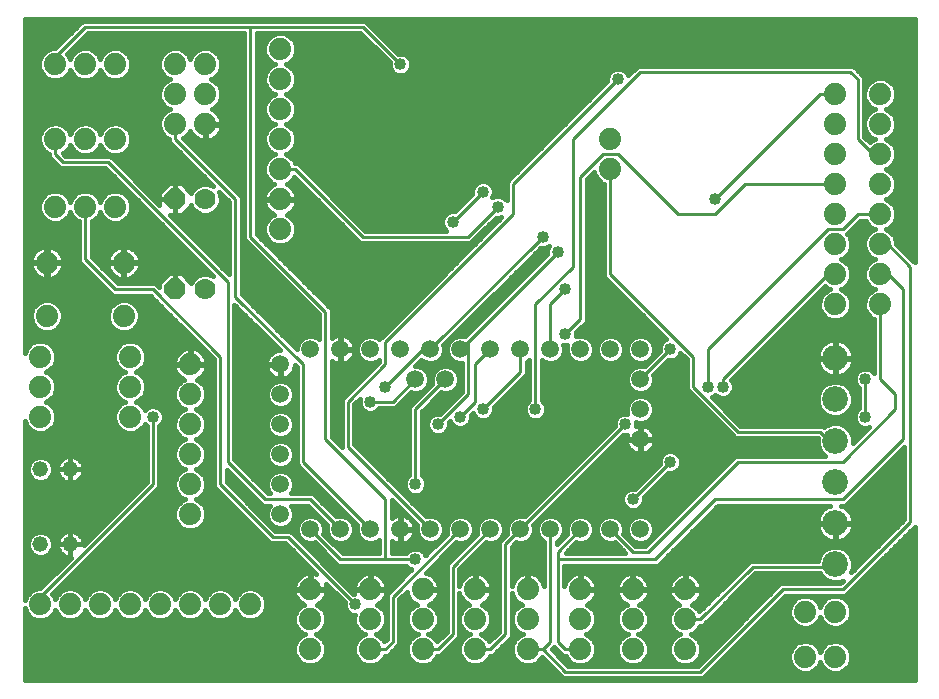
<source format=gbl>
G75*
%MOIN*%
%OFA0B0*%
%FSLAX25Y25*%
%IPPOS*%
%LPD*%
%AMOC8*
5,1,8,0,0,1.08239X$1,22.5*
%
%ADD10C,0.08600*%
%ADD11C,0.05200*%
%ADD12C,0.05937*%
%ADD13C,0.07400*%
%ADD14OC8,0.07000*%
%ADD15C,0.07000*%
%ADD16C,0.01000*%
%ADD17C,0.04000*%
%ADD18C,0.01600*%
D10*
X0276800Y0045674D03*
X0276800Y0059453D03*
X0276800Y0073174D03*
X0276800Y0086953D03*
X0276800Y0100674D03*
X0276800Y0114453D03*
D11*
X0021800Y0077367D03*
X0011800Y0077367D03*
X0011800Y0052367D03*
X0021800Y0052367D03*
D12*
X0091800Y0062367D03*
X0101800Y0057367D03*
X0111800Y0057367D03*
X0121800Y0057367D03*
X0131800Y0057367D03*
X0141800Y0057367D03*
X0151800Y0057367D03*
X0161800Y0057367D03*
X0171800Y0057367D03*
X0181800Y0057367D03*
X0191800Y0057367D03*
X0201800Y0057367D03*
X0211800Y0057367D03*
X0211800Y0087367D03*
X0211800Y0097367D03*
X0211800Y0107367D03*
X0211800Y0117367D03*
X0201800Y0117367D03*
X0191800Y0117367D03*
X0181800Y0117367D03*
X0171800Y0117367D03*
X0161800Y0117367D03*
X0151800Y0117367D03*
X0141800Y0117367D03*
X0131800Y0117367D03*
X0121800Y0117367D03*
X0111800Y0117367D03*
X0101800Y0117367D03*
X0091800Y0112367D03*
X0091800Y0102367D03*
X0091800Y0092367D03*
X0091800Y0082367D03*
X0091800Y0072367D03*
X0136800Y0107367D03*
X0146800Y0107367D03*
D13*
X0091800Y0157367D03*
X0091800Y0167367D03*
X0091800Y0177367D03*
X0091800Y0187367D03*
X0091800Y0197367D03*
X0091800Y0207367D03*
X0091800Y0217367D03*
X0066800Y0212367D03*
X0056800Y0212367D03*
X0056800Y0202367D03*
X0066800Y0202367D03*
X0066800Y0192367D03*
X0056800Y0192367D03*
X0036800Y0187367D03*
X0026800Y0187367D03*
X0016800Y0187367D03*
X0016800Y0164867D03*
X0026800Y0164867D03*
X0036800Y0164867D03*
X0039600Y0146267D03*
X0039600Y0128467D03*
X0041800Y0114867D03*
X0041800Y0104867D03*
X0041800Y0094867D03*
X0061800Y0092367D03*
X0061800Y0102367D03*
X0061800Y0112367D03*
X0061800Y0082367D03*
X0061800Y0072367D03*
X0061800Y0062367D03*
X0101800Y0037367D03*
X0101800Y0027367D03*
X0101800Y0017367D03*
X0081800Y0032367D03*
X0071800Y0032367D03*
X0061800Y0032367D03*
X0051800Y0032367D03*
X0041800Y0032367D03*
X0031800Y0032367D03*
X0021800Y0032367D03*
X0011800Y0032367D03*
X0011800Y0094867D03*
X0011800Y0104867D03*
X0011800Y0114867D03*
X0014000Y0128467D03*
X0014000Y0146267D03*
X0016800Y0212367D03*
X0026800Y0212367D03*
X0036800Y0212367D03*
X0201800Y0187367D03*
X0201800Y0177367D03*
X0276800Y0182367D03*
X0276800Y0172367D03*
X0276800Y0162367D03*
X0276800Y0152367D03*
X0276800Y0142367D03*
X0276800Y0132367D03*
X0291800Y0132367D03*
X0291800Y0142367D03*
X0291800Y0152367D03*
X0291800Y0162367D03*
X0291800Y0172367D03*
X0291800Y0182367D03*
X0291800Y0192367D03*
X0291800Y0202367D03*
X0276800Y0202367D03*
X0276800Y0192367D03*
X0226800Y0037367D03*
X0226800Y0027367D03*
X0226800Y0017367D03*
X0209300Y0017367D03*
X0209300Y0027367D03*
X0209300Y0037367D03*
X0191800Y0037367D03*
X0191800Y0027367D03*
X0191800Y0017367D03*
X0174300Y0017367D03*
X0174300Y0027367D03*
X0174300Y0037367D03*
X0156800Y0037367D03*
X0156800Y0027367D03*
X0156800Y0017367D03*
X0139300Y0017367D03*
X0139300Y0027367D03*
X0139300Y0037367D03*
X0121800Y0037367D03*
X0121800Y0027367D03*
X0121800Y0017367D03*
X0266800Y0014867D03*
X0276800Y0014867D03*
X0276800Y0029867D03*
X0266800Y0029867D03*
D14*
X0056800Y0137367D03*
X0056800Y0167367D03*
D15*
X0066800Y0167367D03*
X0066800Y0137367D03*
D16*
X0074300Y0139867D02*
X0034300Y0179867D01*
X0019300Y0179867D01*
X0016800Y0182367D01*
X0016800Y0187367D01*
X0026800Y0164867D02*
X0026800Y0147367D01*
X0036800Y0137367D01*
X0049300Y0137367D01*
X0071800Y0114867D01*
X0071800Y0072367D01*
X0089300Y0054867D01*
X0094300Y0054867D01*
X0116800Y0032367D01*
X0129300Y0034867D02*
X0129300Y0019867D01*
X0126800Y0017367D01*
X0121800Y0017367D01*
X0139300Y0017367D02*
X0144300Y0017367D01*
X0149300Y0022367D01*
X0149300Y0044867D01*
X0161800Y0057367D01*
X0166800Y0052367D02*
X0166800Y0022367D01*
X0161800Y0017367D01*
X0156800Y0017367D01*
X0174300Y0017367D02*
X0179300Y0017367D01*
X0186800Y0009867D01*
X0231800Y0009867D01*
X0259300Y0037367D01*
X0279300Y0037367D01*
X0301800Y0059867D01*
X0301800Y0144867D01*
X0294300Y0152367D01*
X0291800Y0152367D01*
X0291800Y0162367D02*
X0284300Y0162367D01*
X0279300Y0157367D01*
X0274300Y0157367D01*
X0234300Y0117367D01*
X0234300Y0104867D01*
X0229300Y0104867D02*
X0244300Y0089867D01*
X0271800Y0089867D01*
X0276800Y0084867D01*
X0276800Y0086953D01*
X0279300Y0079867D02*
X0244300Y0079867D01*
X0214300Y0049867D01*
X0209300Y0049867D01*
X0201800Y0057367D01*
X0191800Y0057367D02*
X0184300Y0049867D01*
X0184300Y0047367D01*
X0216800Y0047367D01*
X0236800Y0067367D01*
X0279300Y0067367D01*
X0299300Y0087367D01*
X0299300Y0137367D01*
X0294300Y0142367D01*
X0291800Y0142367D01*
X0291800Y0132367D02*
X0291800Y0107367D01*
X0296800Y0102367D01*
X0296800Y0097367D01*
X0279300Y0079867D01*
X0286800Y0094867D02*
X0286800Y0107367D01*
X0276800Y0142367D02*
X0274300Y0142367D01*
X0239300Y0107367D01*
X0239300Y0104867D01*
X0229300Y0104867D02*
X0229300Y0114867D01*
X0201800Y0142367D01*
X0201800Y0177367D01*
X0199300Y0182367D02*
X0191800Y0174867D01*
X0191800Y0127367D01*
X0186800Y0122367D01*
X0181800Y0117367D02*
X0181800Y0132367D01*
X0186800Y0137367D01*
X0189300Y0144867D02*
X0176800Y0132367D01*
X0176800Y0097367D01*
X0171800Y0109867D02*
X0171800Y0117367D01*
X0161800Y0117367D02*
X0156800Y0112367D01*
X0156800Y0099867D01*
X0151800Y0094867D01*
X0159300Y0097367D02*
X0171800Y0109867D01*
X0154300Y0102367D02*
X0154300Y0119867D01*
X0151800Y0117367D01*
X0154300Y0119867D02*
X0184300Y0149867D01*
X0179300Y0154867D02*
X0141800Y0117367D01*
X0139300Y0117367D01*
X0126800Y0104867D01*
X0129300Y0099867D02*
X0121800Y0099867D01*
X0129300Y0099867D02*
X0136800Y0107367D01*
X0136800Y0097367D02*
X0146800Y0107367D01*
X0154300Y0102367D02*
X0144300Y0092367D01*
X0136800Y0097367D02*
X0136800Y0072367D01*
X0126800Y0067367D02*
X0106800Y0087367D01*
X0106800Y0129867D01*
X0081800Y0154867D01*
X0081800Y0224867D01*
X0026800Y0224867D01*
X0016800Y0214867D01*
X0016800Y0212367D01*
X0056800Y0192367D02*
X0056800Y0187367D01*
X0076800Y0167367D01*
X0076800Y0134867D01*
X0099300Y0112367D01*
X0099300Y0079867D01*
X0121800Y0057367D01*
X0111800Y0057367D02*
X0101800Y0067367D01*
X0086800Y0067367D01*
X0074300Y0079867D01*
X0074300Y0139867D01*
X0096800Y0177367D02*
X0119300Y0154867D01*
X0154300Y0154867D01*
X0164300Y0164867D01*
X0169300Y0162367D02*
X0126800Y0119867D01*
X0126800Y0112367D01*
X0114300Y0099867D01*
X0114300Y0084867D01*
X0141800Y0057367D01*
X0151800Y0057367D02*
X0129300Y0034867D01*
X0126800Y0047367D02*
X0111800Y0047367D01*
X0101800Y0057367D01*
X0126800Y0067367D02*
X0126800Y0047367D01*
X0136800Y0047367D01*
X0166800Y0052367D02*
X0171800Y0057367D01*
X0206800Y0092367D01*
X0221800Y0079867D02*
X0209300Y0067367D01*
X0184300Y0047367D02*
X0184300Y0019867D01*
X0186800Y0017367D01*
X0191800Y0017367D01*
X0181800Y0019867D02*
X0179300Y0017367D01*
X0181800Y0019867D02*
X0181800Y0057367D01*
X0226800Y0027367D02*
X0231800Y0027367D01*
X0249300Y0044867D01*
X0276800Y0044867D01*
X0276800Y0045674D01*
X0211800Y0107367D02*
X0221800Y0117367D01*
X0189300Y0144867D02*
X0189300Y0187367D01*
X0211800Y0209867D01*
X0281800Y0209867D01*
X0284300Y0207367D01*
X0284300Y0187367D01*
X0289300Y0182367D01*
X0291800Y0182367D01*
X0276800Y0172367D02*
X0246800Y0172367D01*
X0236800Y0162367D01*
X0224300Y0162367D01*
X0204300Y0182367D01*
X0199300Y0182367D01*
X0204300Y0207367D02*
X0169300Y0172367D01*
X0169300Y0162367D01*
X0159300Y0169867D02*
X0149300Y0159867D01*
X0096800Y0177367D02*
X0091800Y0177367D01*
X0131800Y0212367D02*
X0119300Y0224867D01*
X0081800Y0224867D01*
X0236800Y0167367D02*
X0271800Y0202367D01*
X0276800Y0202367D01*
X0049300Y0094867D02*
X0049300Y0072367D01*
X0011800Y0034867D01*
X0011800Y0032367D01*
D17*
X0049300Y0094867D03*
X0121800Y0099867D03*
X0126800Y0104867D03*
X0144300Y0092367D03*
X0151800Y0094867D03*
X0159300Y0097367D03*
X0176800Y0097367D03*
X0206800Y0092367D03*
X0221800Y0079867D03*
X0209300Y0067367D03*
X0234300Y0104867D03*
X0239300Y0104867D03*
X0221800Y0117367D03*
X0186800Y0122367D03*
X0186800Y0137367D03*
X0184300Y0149867D03*
X0179300Y0154867D03*
X0164300Y0164867D03*
X0159300Y0169867D03*
X0149300Y0159867D03*
X0204300Y0207367D03*
X0236800Y0167367D03*
X0286800Y0107367D03*
X0286800Y0094867D03*
X0136800Y0072367D03*
X0136800Y0047367D03*
X0116800Y0032367D03*
X0131800Y0212367D03*
D18*
X0006600Y0031071D02*
X0006600Y0007167D01*
X0303201Y0007167D01*
X0303201Y0058298D01*
X0281400Y0036497D01*
X0280170Y0035267D01*
X0260170Y0035267D01*
X0233900Y0008997D01*
X0232670Y0007767D01*
X0185930Y0007767D01*
X0178951Y0014746D01*
X0178793Y0014364D01*
X0177302Y0012874D01*
X0175354Y0012067D01*
X0173246Y0012067D01*
X0171298Y0012874D01*
X0169807Y0014364D01*
X0169000Y0016312D01*
X0169000Y0018421D01*
X0169807Y0020369D01*
X0171298Y0021860D01*
X0172522Y0022367D01*
X0171298Y0022874D01*
X0169807Y0024364D01*
X0169000Y0026312D01*
X0169000Y0028421D01*
X0169807Y0030369D01*
X0171298Y0031860D01*
X0172244Y0032252D01*
X0172189Y0032270D01*
X0171417Y0032663D01*
X0170717Y0033171D01*
X0170105Y0033784D01*
X0169596Y0034484D01*
X0169203Y0035255D01*
X0168935Y0036079D01*
X0168900Y0036303D01*
X0168900Y0021497D01*
X0163900Y0016497D01*
X0162670Y0015267D01*
X0161667Y0015267D01*
X0161293Y0014364D01*
X0159802Y0012874D01*
X0157854Y0012067D01*
X0155746Y0012067D01*
X0153798Y0012874D01*
X0152307Y0014364D01*
X0151500Y0016312D01*
X0151500Y0018421D01*
X0152307Y0020369D01*
X0153798Y0021860D01*
X0155022Y0022367D01*
X0153798Y0022874D01*
X0152307Y0024364D01*
X0151500Y0026312D01*
X0151500Y0028421D01*
X0152307Y0030369D01*
X0153798Y0031860D01*
X0154744Y0032252D01*
X0154689Y0032270D01*
X0153917Y0032663D01*
X0153217Y0033171D01*
X0152605Y0033784D01*
X0152096Y0034484D01*
X0151703Y0035255D01*
X0151435Y0036079D01*
X0151400Y0036303D01*
X0151400Y0021497D01*
X0146400Y0016497D01*
X0145170Y0015267D01*
X0144167Y0015267D01*
X0143793Y0014364D01*
X0142302Y0012874D01*
X0140354Y0012067D01*
X0138246Y0012067D01*
X0136298Y0012874D01*
X0134807Y0014364D01*
X0134000Y0016312D01*
X0134000Y0018421D01*
X0134807Y0020369D01*
X0136298Y0021860D01*
X0137522Y0022367D01*
X0136298Y0022874D01*
X0134807Y0024364D01*
X0134000Y0026312D01*
X0134000Y0028421D01*
X0134807Y0030369D01*
X0136298Y0031860D01*
X0137244Y0032252D01*
X0137189Y0032270D01*
X0136417Y0032663D01*
X0135717Y0033171D01*
X0135105Y0033784D01*
X0134596Y0034484D01*
X0134203Y0035255D01*
X0133935Y0036079D01*
X0133873Y0036470D01*
X0131400Y0033997D01*
X0131400Y0018997D01*
X0128900Y0016497D01*
X0127670Y0015267D01*
X0126667Y0015267D01*
X0126293Y0014364D01*
X0124802Y0012874D01*
X0122854Y0012067D01*
X0120746Y0012067D01*
X0118798Y0012874D01*
X0117307Y0014364D01*
X0116500Y0016312D01*
X0116500Y0018421D01*
X0117307Y0020369D01*
X0118798Y0021860D01*
X0120022Y0022367D01*
X0118798Y0022874D01*
X0117307Y0024364D01*
X0116500Y0026312D01*
X0116500Y0028421D01*
X0116643Y0028767D01*
X0116084Y0028767D01*
X0114761Y0029315D01*
X0113748Y0030327D01*
X0113200Y0031651D01*
X0113200Y0032997D01*
X0106983Y0039214D01*
X0107165Y0038655D01*
X0107300Y0037800D01*
X0107300Y0037567D01*
X0102000Y0037567D01*
X0101600Y0037567D01*
X0101600Y0042867D01*
X0101367Y0042867D01*
X0100512Y0042731D01*
X0099689Y0042464D01*
X0098917Y0042071D01*
X0098217Y0041562D01*
X0097605Y0040950D01*
X0097096Y0040249D01*
X0096703Y0039478D01*
X0096435Y0038655D01*
X0096300Y0037800D01*
X0096300Y0037567D01*
X0101600Y0037567D01*
X0101600Y0037167D01*
X0096300Y0037167D01*
X0096300Y0036934D01*
X0096435Y0036079D01*
X0096703Y0035255D01*
X0097096Y0034484D01*
X0097605Y0033784D01*
X0098217Y0033171D01*
X0098917Y0032663D01*
X0099689Y0032270D01*
X0099744Y0032252D01*
X0098798Y0031860D01*
X0097307Y0030369D01*
X0096500Y0028421D01*
X0096500Y0026312D01*
X0097307Y0024364D01*
X0098798Y0022874D01*
X0100022Y0022367D01*
X0098798Y0021860D01*
X0097307Y0020369D01*
X0096500Y0018421D01*
X0096500Y0016312D01*
X0097307Y0014364D01*
X0098798Y0012874D01*
X0100746Y0012067D01*
X0102854Y0012067D01*
X0104802Y0012874D01*
X0106293Y0014364D01*
X0107100Y0016312D01*
X0107100Y0018421D01*
X0106293Y0020369D01*
X0104802Y0021860D01*
X0103578Y0022367D01*
X0104802Y0022874D01*
X0106293Y0024364D01*
X0107100Y0026312D01*
X0107100Y0028421D01*
X0106293Y0030369D01*
X0104802Y0031860D01*
X0103856Y0032252D01*
X0103911Y0032270D01*
X0104683Y0032663D01*
X0105383Y0033171D01*
X0105995Y0033784D01*
X0106504Y0034484D01*
X0106897Y0035255D01*
X0107165Y0036079D01*
X0107300Y0036934D01*
X0107300Y0037167D01*
X0102000Y0037167D01*
X0102000Y0037567D01*
X0102000Y0042867D01*
X0102233Y0042867D01*
X0103088Y0042731D01*
X0103647Y0042549D01*
X0093430Y0052767D01*
X0088430Y0052767D01*
X0070930Y0070267D01*
X0069700Y0071497D01*
X0069700Y0113997D01*
X0048430Y0135267D01*
X0035930Y0135267D01*
X0025930Y0145267D01*
X0024700Y0146497D01*
X0024700Y0160000D01*
X0023798Y0160374D01*
X0022307Y0161864D01*
X0021800Y0163088D01*
X0021293Y0161864D01*
X0019802Y0160374D01*
X0017854Y0159567D01*
X0015746Y0159567D01*
X0013798Y0160374D01*
X0012307Y0161864D01*
X0011500Y0163812D01*
X0011500Y0165921D01*
X0012307Y0167869D01*
X0013798Y0169360D01*
X0015746Y0170167D01*
X0017854Y0170167D01*
X0019802Y0169360D01*
X0021293Y0167869D01*
X0021800Y0166645D01*
X0022307Y0167869D01*
X0023798Y0169360D01*
X0025746Y0170167D01*
X0027854Y0170167D01*
X0029802Y0169360D01*
X0031293Y0167869D01*
X0031800Y0166645D01*
X0032307Y0167869D01*
X0033798Y0169360D01*
X0035746Y0170167D01*
X0037854Y0170167D01*
X0039802Y0169360D01*
X0041293Y0167869D01*
X0042100Y0165921D01*
X0042100Y0163812D01*
X0041293Y0161864D01*
X0039802Y0160374D01*
X0037854Y0159567D01*
X0035746Y0159567D01*
X0033798Y0160374D01*
X0032307Y0161864D01*
X0031800Y0163088D01*
X0031293Y0161864D01*
X0029802Y0160374D01*
X0028900Y0160000D01*
X0028900Y0148237D01*
X0037670Y0139467D01*
X0050170Y0139467D01*
X0051400Y0138237D01*
X0051400Y0138236D01*
X0051500Y0138136D01*
X0051500Y0139562D01*
X0054605Y0142667D01*
X0056800Y0142667D01*
X0056800Y0137367D01*
X0056800Y0137367D01*
X0056800Y0142667D01*
X0058995Y0142667D01*
X0062100Y0139562D01*
X0062100Y0139347D01*
X0062476Y0140256D01*
X0063911Y0141690D01*
X0065786Y0142467D01*
X0067814Y0142467D01*
X0069378Y0141819D01*
X0033430Y0177767D01*
X0018430Y0177767D01*
X0015930Y0180267D01*
X0014700Y0181497D01*
X0014700Y0182500D01*
X0013798Y0182874D01*
X0012307Y0184364D01*
X0011500Y0186312D01*
X0011500Y0188421D01*
X0012307Y0190369D01*
X0013798Y0191860D01*
X0015746Y0192667D01*
X0017854Y0192667D01*
X0019802Y0191860D01*
X0021293Y0190369D01*
X0021800Y0189145D01*
X0022307Y0190369D01*
X0023798Y0191860D01*
X0025746Y0192667D01*
X0027854Y0192667D01*
X0029802Y0191860D01*
X0031293Y0190369D01*
X0031800Y0189145D01*
X0032307Y0190369D01*
X0033798Y0191860D01*
X0035746Y0192667D01*
X0037854Y0192667D01*
X0039802Y0191860D01*
X0041293Y0190369D01*
X0042100Y0188421D01*
X0042100Y0186312D01*
X0041293Y0184364D01*
X0039802Y0182874D01*
X0037854Y0182067D01*
X0035746Y0182067D01*
X0033798Y0182874D01*
X0032307Y0184364D01*
X0031800Y0185588D01*
X0031293Y0184364D01*
X0029802Y0182874D01*
X0027854Y0182067D01*
X0025746Y0182067D01*
X0023798Y0182874D01*
X0022307Y0184364D01*
X0021800Y0185588D01*
X0021293Y0184364D01*
X0019802Y0182874D01*
X0019421Y0182716D01*
X0020170Y0181967D01*
X0035170Y0181967D01*
X0036400Y0180737D01*
X0051500Y0165636D01*
X0051500Y0167367D01*
X0056800Y0167367D01*
X0056800Y0172667D01*
X0054605Y0172667D01*
X0051500Y0169562D01*
X0051500Y0167367D01*
X0056800Y0167367D01*
X0056800Y0167367D01*
X0056800Y0172667D01*
X0058995Y0172667D01*
X0062100Y0169562D01*
X0062100Y0169347D01*
X0062476Y0170256D01*
X0063911Y0171690D01*
X0065786Y0172467D01*
X0067814Y0172467D01*
X0069378Y0171819D01*
X0055930Y0185267D01*
X0054700Y0186497D01*
X0054700Y0187500D01*
X0053798Y0187874D01*
X0052307Y0189364D01*
X0051500Y0191312D01*
X0051500Y0193421D01*
X0052307Y0195369D01*
X0053798Y0196860D01*
X0055022Y0197367D01*
X0053798Y0197874D01*
X0052307Y0199364D01*
X0051500Y0201312D01*
X0051500Y0203421D01*
X0052307Y0205369D01*
X0053798Y0206860D01*
X0055022Y0207367D01*
X0053798Y0207874D01*
X0052307Y0209364D01*
X0051500Y0211312D01*
X0051500Y0213421D01*
X0052307Y0215369D01*
X0053798Y0216860D01*
X0055746Y0217667D01*
X0057854Y0217667D01*
X0059802Y0216860D01*
X0061293Y0215369D01*
X0061800Y0214145D01*
X0062307Y0215369D01*
X0063798Y0216860D01*
X0065746Y0217667D01*
X0067854Y0217667D01*
X0069802Y0216860D01*
X0071293Y0215369D01*
X0072100Y0213421D01*
X0072100Y0211312D01*
X0071293Y0209364D01*
X0069802Y0207874D01*
X0068578Y0207367D01*
X0069802Y0206860D01*
X0071293Y0205369D01*
X0072100Y0203421D01*
X0072100Y0201312D01*
X0071293Y0199364D01*
X0069802Y0197874D01*
X0068856Y0197482D01*
X0068911Y0197464D01*
X0069683Y0197071D01*
X0070383Y0196562D01*
X0070995Y0195950D01*
X0071504Y0195249D01*
X0071897Y0194478D01*
X0072165Y0193655D01*
X0072300Y0192800D01*
X0072300Y0192567D01*
X0067000Y0192567D01*
X0067000Y0192167D01*
X0072300Y0192167D01*
X0072300Y0191934D01*
X0072165Y0191079D01*
X0071897Y0190255D01*
X0071504Y0189484D01*
X0070995Y0188784D01*
X0070383Y0188171D01*
X0069683Y0187663D01*
X0068911Y0187270D01*
X0068088Y0187002D01*
X0067233Y0186867D01*
X0067000Y0186867D01*
X0067000Y0192167D01*
X0066600Y0192167D01*
X0066600Y0186867D01*
X0066367Y0186867D01*
X0065512Y0187002D01*
X0064689Y0187270D01*
X0063917Y0187663D01*
X0063217Y0188171D01*
X0062605Y0188784D01*
X0062096Y0189484D01*
X0061703Y0190255D01*
X0061685Y0190311D01*
X0061293Y0189364D01*
X0059802Y0187874D01*
X0059421Y0187716D01*
X0078900Y0168237D01*
X0078900Y0135737D01*
X0097231Y0117405D01*
X0097231Y0118275D01*
X0097927Y0119955D01*
X0099212Y0121240D01*
X0100891Y0121935D01*
X0102709Y0121935D01*
X0104388Y0121240D01*
X0104700Y0120927D01*
X0104700Y0128997D01*
X0080930Y0152767D01*
X0079700Y0153997D01*
X0079700Y0222767D01*
X0027670Y0222767D01*
X0020783Y0215879D01*
X0021293Y0215369D01*
X0021800Y0214145D01*
X0022307Y0215369D01*
X0023798Y0216860D01*
X0025746Y0217667D01*
X0027854Y0217667D01*
X0029802Y0216860D01*
X0031293Y0215369D01*
X0031800Y0214145D01*
X0032307Y0215369D01*
X0033798Y0216860D01*
X0035746Y0217667D01*
X0037854Y0217667D01*
X0039802Y0216860D01*
X0041293Y0215369D01*
X0042100Y0213421D01*
X0042100Y0211312D01*
X0041293Y0209364D01*
X0039802Y0207874D01*
X0037854Y0207067D01*
X0035746Y0207067D01*
X0033798Y0207874D01*
X0032307Y0209364D01*
X0031800Y0210588D01*
X0031293Y0209364D01*
X0029802Y0207874D01*
X0027854Y0207067D01*
X0025746Y0207067D01*
X0023798Y0207874D01*
X0022307Y0209364D01*
X0021800Y0210588D01*
X0021293Y0209364D01*
X0019802Y0207874D01*
X0017854Y0207067D01*
X0015746Y0207067D01*
X0013798Y0207874D01*
X0012307Y0209364D01*
X0011500Y0211312D01*
X0011500Y0213421D01*
X0012307Y0215369D01*
X0013798Y0216860D01*
X0015746Y0217667D01*
X0016630Y0217667D01*
X0024700Y0225737D01*
X0025930Y0226967D01*
X0120170Y0226967D01*
X0131170Y0215967D01*
X0132516Y0215967D01*
X0133839Y0215419D01*
X0134852Y0214406D01*
X0135400Y0213083D01*
X0135400Y0211651D01*
X0134852Y0210327D01*
X0133839Y0209315D01*
X0132516Y0208767D01*
X0131084Y0208767D01*
X0129761Y0209315D01*
X0128748Y0210327D01*
X0128200Y0211651D01*
X0128200Y0212997D01*
X0118430Y0222767D01*
X0083900Y0222767D01*
X0083900Y0155737D01*
X0108900Y0130737D01*
X0108900Y0121154D01*
X0109301Y0121445D01*
X0109970Y0121786D01*
X0110683Y0122018D01*
X0111425Y0122135D01*
X0111616Y0122135D01*
X0111616Y0117551D01*
X0111984Y0117551D01*
X0111984Y0122135D01*
X0112175Y0122135D01*
X0112917Y0122018D01*
X0113630Y0121786D01*
X0114299Y0121445D01*
X0114906Y0121004D01*
X0115437Y0120473D01*
X0115878Y0119866D01*
X0116219Y0119197D01*
X0116451Y0118483D01*
X0116568Y0117742D01*
X0116568Y0117551D01*
X0111984Y0117551D01*
X0111984Y0117182D01*
X0111984Y0112598D01*
X0112175Y0112598D01*
X0112917Y0112716D01*
X0113630Y0112948D01*
X0114299Y0113288D01*
X0114906Y0113729D01*
X0115437Y0114260D01*
X0115878Y0114867D01*
X0116219Y0115536D01*
X0116451Y0116250D01*
X0116568Y0116991D01*
X0116568Y0117182D01*
X0111984Y0117182D01*
X0111616Y0117182D01*
X0111616Y0112598D01*
X0111425Y0112598D01*
X0110683Y0112716D01*
X0109970Y0112948D01*
X0109301Y0113288D01*
X0108900Y0113579D01*
X0108900Y0088237D01*
X0112200Y0084936D01*
X0112200Y0100737D01*
X0113430Y0101967D01*
X0124700Y0113237D01*
X0124700Y0113806D01*
X0124388Y0113494D01*
X0122709Y0112798D01*
X0120891Y0112798D01*
X0119212Y0113494D01*
X0117927Y0114779D01*
X0117231Y0116458D01*
X0117231Y0118275D01*
X0117927Y0119955D01*
X0119212Y0121240D01*
X0120891Y0121935D01*
X0122709Y0121935D01*
X0124388Y0121240D01*
X0124795Y0120832D01*
X0125930Y0121967D01*
X0165382Y0161418D01*
X0165016Y0161267D01*
X0163670Y0161267D01*
X0156400Y0153997D01*
X0155170Y0152767D01*
X0118430Y0152767D01*
X0096451Y0174746D01*
X0096293Y0174364D01*
X0094802Y0172874D01*
X0093856Y0172482D01*
X0093911Y0172464D01*
X0094683Y0172071D01*
X0095383Y0171562D01*
X0095995Y0170950D01*
X0096504Y0170249D01*
X0096897Y0169478D01*
X0097165Y0168655D01*
X0097300Y0167800D01*
X0097300Y0167567D01*
X0092000Y0167567D01*
X0092000Y0167167D01*
X0097300Y0167167D01*
X0097300Y0166934D01*
X0097165Y0166079D01*
X0096897Y0165255D01*
X0096504Y0164484D01*
X0095995Y0163784D01*
X0095383Y0163171D01*
X0094683Y0162663D01*
X0093911Y0162270D01*
X0093856Y0162252D01*
X0094802Y0161860D01*
X0096293Y0160369D01*
X0097100Y0158421D01*
X0097100Y0156312D01*
X0096293Y0154364D01*
X0094802Y0152874D01*
X0092854Y0152067D01*
X0090746Y0152067D01*
X0088798Y0152874D01*
X0087307Y0154364D01*
X0086500Y0156312D01*
X0086500Y0158421D01*
X0087307Y0160369D01*
X0088798Y0161860D01*
X0089744Y0162252D01*
X0089689Y0162270D01*
X0088917Y0162663D01*
X0088217Y0163171D01*
X0087605Y0163784D01*
X0087096Y0164484D01*
X0086703Y0165255D01*
X0086435Y0166079D01*
X0086300Y0166934D01*
X0086300Y0167167D01*
X0091600Y0167167D01*
X0091600Y0167567D01*
X0086300Y0167567D01*
X0086300Y0167800D01*
X0086435Y0168655D01*
X0086703Y0169478D01*
X0087096Y0170249D01*
X0087605Y0170950D01*
X0088217Y0171562D01*
X0088917Y0172071D01*
X0089689Y0172464D01*
X0089744Y0172482D01*
X0088798Y0172874D01*
X0087307Y0174364D01*
X0086500Y0176312D01*
X0086500Y0178421D01*
X0087307Y0180369D01*
X0088798Y0181860D01*
X0090022Y0182367D01*
X0088798Y0182874D01*
X0087307Y0184364D01*
X0086500Y0186312D01*
X0086500Y0188421D01*
X0087307Y0190369D01*
X0088798Y0191860D01*
X0090022Y0192367D01*
X0088798Y0192874D01*
X0087307Y0194364D01*
X0086500Y0196312D01*
X0086500Y0198421D01*
X0087307Y0200369D01*
X0088798Y0201860D01*
X0090022Y0202367D01*
X0088798Y0202874D01*
X0087307Y0204364D01*
X0086500Y0206312D01*
X0086500Y0208421D01*
X0087307Y0210369D01*
X0088798Y0211860D01*
X0090022Y0212367D01*
X0088798Y0212874D01*
X0087307Y0214364D01*
X0086500Y0216312D01*
X0086500Y0218421D01*
X0087307Y0220369D01*
X0088798Y0221860D01*
X0090746Y0222667D01*
X0092854Y0222667D01*
X0094802Y0221860D01*
X0096293Y0220369D01*
X0097100Y0218421D01*
X0097100Y0216312D01*
X0096293Y0214364D01*
X0094802Y0212874D01*
X0093578Y0212367D01*
X0094802Y0211860D01*
X0096293Y0210369D01*
X0097100Y0208421D01*
X0097100Y0206312D01*
X0096293Y0204364D01*
X0094802Y0202874D01*
X0093578Y0202367D01*
X0094802Y0201860D01*
X0096293Y0200369D01*
X0097100Y0198421D01*
X0097100Y0196312D01*
X0096293Y0194364D01*
X0094802Y0192874D01*
X0093578Y0192367D01*
X0094802Y0191860D01*
X0096293Y0190369D01*
X0097100Y0188421D01*
X0097100Y0186312D01*
X0096293Y0184364D01*
X0094802Y0182874D01*
X0093578Y0182367D01*
X0094802Y0181860D01*
X0096293Y0180369D01*
X0096667Y0179467D01*
X0097670Y0179467D01*
X0098900Y0178237D01*
X0120170Y0156967D01*
X0147109Y0156967D01*
X0146248Y0157827D01*
X0145700Y0159151D01*
X0145700Y0160583D01*
X0146248Y0161906D01*
X0147261Y0162919D01*
X0148584Y0163467D01*
X0149930Y0163467D01*
X0155700Y0169237D01*
X0155700Y0170583D01*
X0156248Y0171906D01*
X0157261Y0172919D01*
X0158584Y0173467D01*
X0160016Y0173467D01*
X0161339Y0172919D01*
X0162352Y0171906D01*
X0162900Y0170583D01*
X0162900Y0169151D01*
X0162416Y0167983D01*
X0163584Y0168467D01*
X0165016Y0168467D01*
X0166339Y0167919D01*
X0167200Y0167058D01*
X0167200Y0173237D01*
X0168430Y0174467D01*
X0200700Y0206736D01*
X0200700Y0208083D01*
X0201248Y0209406D01*
X0202261Y0210419D01*
X0203584Y0210967D01*
X0205016Y0210967D01*
X0206339Y0210419D01*
X0207352Y0209406D01*
X0207650Y0208686D01*
X0210930Y0211967D01*
X0282670Y0211967D01*
X0283900Y0210737D01*
X0286400Y0208237D01*
X0286400Y0188237D01*
X0288287Y0186349D01*
X0288798Y0186860D01*
X0290022Y0187367D01*
X0288798Y0187874D01*
X0287307Y0189364D01*
X0286500Y0191312D01*
X0286500Y0193421D01*
X0287307Y0195369D01*
X0288798Y0196860D01*
X0290022Y0197367D01*
X0288798Y0197874D01*
X0287307Y0199364D01*
X0286500Y0201312D01*
X0286500Y0203421D01*
X0287307Y0205369D01*
X0288798Y0206860D01*
X0290746Y0207667D01*
X0292854Y0207667D01*
X0294802Y0206860D01*
X0296293Y0205369D01*
X0297100Y0203421D01*
X0297100Y0201312D01*
X0296293Y0199364D01*
X0294802Y0197874D01*
X0293578Y0197367D01*
X0294802Y0196860D01*
X0296293Y0195369D01*
X0297100Y0193421D01*
X0297100Y0191312D01*
X0296293Y0189364D01*
X0294802Y0187874D01*
X0293578Y0187367D01*
X0294802Y0186860D01*
X0296293Y0185369D01*
X0297100Y0183421D01*
X0297100Y0181312D01*
X0296293Y0179364D01*
X0294802Y0177874D01*
X0293578Y0177367D01*
X0294802Y0176860D01*
X0296293Y0175369D01*
X0297100Y0173421D01*
X0297100Y0171312D01*
X0296293Y0169364D01*
X0294802Y0167874D01*
X0293578Y0167367D01*
X0294802Y0166860D01*
X0296293Y0165369D01*
X0297100Y0163421D01*
X0297100Y0161312D01*
X0296293Y0159364D01*
X0294802Y0157874D01*
X0293578Y0157367D01*
X0294802Y0156860D01*
X0296293Y0155369D01*
X0297100Y0153421D01*
X0297100Y0152537D01*
X0302670Y0146967D01*
X0303201Y0146436D01*
X0303201Y0227527D01*
X0006600Y0227527D01*
X0006600Y0116162D01*
X0007307Y0117869D01*
X0008798Y0119360D01*
X0010746Y0120167D01*
X0012854Y0120167D01*
X0014802Y0119360D01*
X0016293Y0117869D01*
X0017100Y0115921D01*
X0017100Y0113812D01*
X0016293Y0111864D01*
X0014802Y0110374D01*
X0013578Y0109867D01*
X0014802Y0109360D01*
X0016293Y0107869D01*
X0017100Y0105921D01*
X0017100Y0103812D01*
X0016293Y0101864D01*
X0014802Y0100374D01*
X0013578Y0099867D01*
X0014802Y0099360D01*
X0016293Y0097869D01*
X0017100Y0095921D01*
X0017100Y0093812D01*
X0016293Y0091864D01*
X0014802Y0090374D01*
X0012854Y0089567D01*
X0010746Y0089567D01*
X0008798Y0090374D01*
X0007307Y0091864D01*
X0006600Y0093571D01*
X0006600Y0033662D01*
X0007307Y0035369D01*
X0008798Y0036860D01*
X0010746Y0037667D01*
X0011630Y0037667D01*
X0021930Y0047967D01*
X0021800Y0047967D01*
X0021800Y0052367D01*
X0021800Y0056767D01*
X0021800Y0052367D01*
X0021800Y0052367D01*
X0021800Y0052367D01*
X0017400Y0052367D01*
X0017400Y0052713D01*
X0017508Y0053397D01*
X0017722Y0054056D01*
X0018037Y0054673D01*
X0018444Y0055233D01*
X0018934Y0055723D01*
X0019494Y0056130D01*
X0020111Y0056444D01*
X0020770Y0056658D01*
X0021454Y0056767D01*
X0021800Y0056767D01*
X0022146Y0056767D01*
X0022830Y0056658D01*
X0023489Y0056444D01*
X0024106Y0056130D01*
X0024666Y0055723D01*
X0025156Y0055233D01*
X0025563Y0054673D01*
X0025878Y0054056D01*
X0026092Y0053397D01*
X0026200Y0052713D01*
X0026200Y0052367D01*
X0021800Y0052367D01*
X0021800Y0052367D01*
X0017400Y0052367D01*
X0017400Y0052020D01*
X0017508Y0051336D01*
X0017722Y0050678D01*
X0018037Y0050061D01*
X0018444Y0049500D01*
X0018934Y0049011D01*
X0019494Y0048603D01*
X0020111Y0048289D01*
X0020770Y0048075D01*
X0021454Y0047967D01*
X0021800Y0047967D01*
X0021800Y0052367D01*
X0026200Y0052367D01*
X0026200Y0052236D01*
X0047200Y0073237D01*
X0047200Y0091875D01*
X0046562Y0092514D01*
X0046293Y0091864D01*
X0044802Y0090374D01*
X0042854Y0089567D01*
X0040746Y0089567D01*
X0038798Y0090374D01*
X0037307Y0091864D01*
X0036500Y0093812D01*
X0036500Y0095921D01*
X0037307Y0097869D01*
X0038798Y0099360D01*
X0040022Y0099867D01*
X0038798Y0100374D01*
X0037307Y0101864D01*
X0036500Y0103812D01*
X0036500Y0105921D01*
X0037307Y0107869D01*
X0038798Y0109360D01*
X0040022Y0109867D01*
X0038798Y0110374D01*
X0037307Y0111864D01*
X0036500Y0113812D01*
X0036500Y0115921D01*
X0037307Y0117869D01*
X0038798Y0119360D01*
X0040746Y0120167D01*
X0042854Y0120167D01*
X0044802Y0119360D01*
X0046293Y0117869D01*
X0047100Y0115921D01*
X0047100Y0113812D01*
X0046293Y0111864D01*
X0044802Y0110374D01*
X0043578Y0109867D01*
X0044802Y0109360D01*
X0046293Y0107869D01*
X0047100Y0105921D01*
X0047100Y0103812D01*
X0046293Y0101864D01*
X0044802Y0100374D01*
X0043578Y0099867D01*
X0044802Y0099360D01*
X0046293Y0097869D01*
X0046562Y0097220D01*
X0047261Y0097919D01*
X0048584Y0098467D01*
X0050016Y0098467D01*
X0051339Y0097919D01*
X0052352Y0096906D01*
X0052900Y0095583D01*
X0052900Y0094151D01*
X0052352Y0092827D01*
X0051400Y0091875D01*
X0051400Y0071497D01*
X0050170Y0070267D01*
X0015783Y0035879D01*
X0016293Y0035369D01*
X0016800Y0034145D01*
X0017307Y0035369D01*
X0018798Y0036860D01*
X0020746Y0037667D01*
X0022854Y0037667D01*
X0024802Y0036860D01*
X0026293Y0035369D01*
X0026800Y0034145D01*
X0027307Y0035369D01*
X0028798Y0036860D01*
X0030746Y0037667D01*
X0032854Y0037667D01*
X0034802Y0036860D01*
X0036293Y0035369D01*
X0036800Y0034145D01*
X0037307Y0035369D01*
X0038798Y0036860D01*
X0040746Y0037667D01*
X0042854Y0037667D01*
X0044802Y0036860D01*
X0046293Y0035369D01*
X0046800Y0034145D01*
X0047307Y0035369D01*
X0048798Y0036860D01*
X0050746Y0037667D01*
X0052854Y0037667D01*
X0054802Y0036860D01*
X0056293Y0035369D01*
X0056800Y0034145D01*
X0057307Y0035369D01*
X0058798Y0036860D01*
X0060746Y0037667D01*
X0062854Y0037667D01*
X0064802Y0036860D01*
X0066293Y0035369D01*
X0066800Y0034145D01*
X0067307Y0035369D01*
X0068798Y0036860D01*
X0070746Y0037667D01*
X0072854Y0037667D01*
X0074802Y0036860D01*
X0076293Y0035369D01*
X0076800Y0034145D01*
X0077307Y0035369D01*
X0078798Y0036860D01*
X0080746Y0037667D01*
X0082854Y0037667D01*
X0084802Y0036860D01*
X0086293Y0035369D01*
X0087100Y0033421D01*
X0087100Y0031312D01*
X0086293Y0029364D01*
X0084802Y0027874D01*
X0082854Y0027067D01*
X0080746Y0027067D01*
X0078798Y0027874D01*
X0077307Y0029364D01*
X0076800Y0030588D01*
X0076293Y0029364D01*
X0074802Y0027874D01*
X0072854Y0027067D01*
X0070746Y0027067D01*
X0068798Y0027874D01*
X0067307Y0029364D01*
X0066800Y0030588D01*
X0066293Y0029364D01*
X0064802Y0027874D01*
X0062854Y0027067D01*
X0060746Y0027067D01*
X0058798Y0027874D01*
X0057307Y0029364D01*
X0056800Y0030588D01*
X0056293Y0029364D01*
X0054802Y0027874D01*
X0052854Y0027067D01*
X0050746Y0027067D01*
X0048798Y0027874D01*
X0047307Y0029364D01*
X0046800Y0030588D01*
X0046293Y0029364D01*
X0044802Y0027874D01*
X0042854Y0027067D01*
X0040746Y0027067D01*
X0038798Y0027874D01*
X0037307Y0029364D01*
X0036800Y0030588D01*
X0036293Y0029364D01*
X0034802Y0027874D01*
X0032854Y0027067D01*
X0030746Y0027067D01*
X0028798Y0027874D01*
X0027307Y0029364D01*
X0026800Y0030588D01*
X0026293Y0029364D01*
X0024802Y0027874D01*
X0022854Y0027067D01*
X0020746Y0027067D01*
X0018798Y0027874D01*
X0017307Y0029364D01*
X0016800Y0030588D01*
X0016293Y0029364D01*
X0014802Y0027874D01*
X0012854Y0027067D01*
X0010746Y0027067D01*
X0008798Y0027874D01*
X0007307Y0029364D01*
X0006600Y0031071D01*
X0006600Y0029541D02*
X0007234Y0029541D01*
X0006600Y0027943D02*
X0008728Y0027943D01*
X0006600Y0026344D02*
X0096500Y0026344D01*
X0096500Y0027943D02*
X0084872Y0027943D01*
X0086366Y0029541D02*
X0096964Y0029541D01*
X0098078Y0031140D02*
X0087029Y0031140D01*
X0087100Y0032738D02*
X0098813Y0032738D01*
X0097203Y0034337D02*
X0086721Y0034337D01*
X0085727Y0035935D02*
X0096482Y0035935D01*
X0096591Y0039132D02*
X0019036Y0039132D01*
X0020425Y0037534D02*
X0017437Y0037534D01*
X0017873Y0035935D02*
X0015839Y0035935D01*
X0016721Y0034337D02*
X0016879Y0034337D01*
X0017234Y0029541D02*
X0016366Y0029541D01*
X0014872Y0027943D02*
X0018728Y0027943D01*
X0024872Y0027943D02*
X0028728Y0027943D01*
X0027234Y0029541D02*
X0026366Y0029541D01*
X0026721Y0034337D02*
X0026879Y0034337D01*
X0027873Y0035935D02*
X0025727Y0035935D01*
X0023175Y0037534D02*
X0030425Y0037534D01*
X0033175Y0037534D02*
X0040425Y0037534D01*
X0043175Y0037534D02*
X0050425Y0037534D01*
X0053175Y0037534D02*
X0060425Y0037534D01*
X0063175Y0037534D02*
X0070425Y0037534D01*
X0073175Y0037534D02*
X0080425Y0037534D01*
X0083175Y0037534D02*
X0101600Y0037534D01*
X0102000Y0037534D02*
X0108663Y0037534D01*
X0107118Y0035935D02*
X0110261Y0035935D01*
X0111860Y0034337D02*
X0106397Y0034337D01*
X0104787Y0032738D02*
X0113200Y0032738D01*
X0113412Y0031140D02*
X0105522Y0031140D01*
X0106636Y0029541D02*
X0114534Y0029541D01*
X0116500Y0027943D02*
X0107100Y0027943D01*
X0107100Y0026344D02*
X0116500Y0026344D01*
X0117149Y0024746D02*
X0106451Y0024746D01*
X0105076Y0023147D02*
X0118524Y0023147D01*
X0118487Y0021549D02*
X0105113Y0021549D01*
X0106466Y0019950D02*
X0117134Y0019950D01*
X0116500Y0018352D02*
X0107100Y0018352D01*
X0107100Y0016753D02*
X0116500Y0016753D01*
X0116980Y0015155D02*
X0106620Y0015155D01*
X0105485Y0013556D02*
X0118115Y0013556D01*
X0125485Y0013556D02*
X0135615Y0013556D01*
X0134480Y0015155D02*
X0126620Y0015155D01*
X0129156Y0016753D02*
X0134000Y0016753D01*
X0134000Y0018352D02*
X0130755Y0018352D01*
X0131400Y0019950D02*
X0134634Y0019950D01*
X0135987Y0021549D02*
X0131400Y0021549D01*
X0131400Y0023147D02*
X0136024Y0023147D01*
X0134649Y0024746D02*
X0131400Y0024746D01*
X0131400Y0026344D02*
X0134000Y0026344D01*
X0134000Y0027943D02*
X0131400Y0027943D01*
X0131400Y0029541D02*
X0134464Y0029541D01*
X0135578Y0031140D02*
X0131400Y0031140D01*
X0131400Y0032738D02*
X0136313Y0032738D01*
X0134703Y0034337D02*
X0131740Y0034337D01*
X0133339Y0035935D02*
X0133982Y0035935D01*
X0130596Y0039132D02*
X0127009Y0039132D01*
X0126897Y0039478D02*
X0126504Y0040249D01*
X0125995Y0040950D01*
X0125383Y0041562D01*
X0124683Y0042071D01*
X0123911Y0042464D01*
X0123088Y0042731D01*
X0122233Y0042867D01*
X0122000Y0042867D01*
X0122000Y0037567D01*
X0121600Y0037567D01*
X0121600Y0042867D01*
X0121367Y0042867D01*
X0120512Y0042731D01*
X0119689Y0042464D01*
X0118917Y0042071D01*
X0118217Y0041562D01*
X0117605Y0040950D01*
X0117096Y0040249D01*
X0116703Y0039478D01*
X0116435Y0038655D01*
X0116300Y0037800D01*
X0116300Y0037567D01*
X0121600Y0037567D01*
X0121600Y0037167D01*
X0116300Y0037167D01*
X0116300Y0036934D01*
X0116435Y0036079D01*
X0116472Y0035967D01*
X0116170Y0035967D01*
X0096400Y0055737D01*
X0095170Y0056967D01*
X0090170Y0056967D01*
X0073900Y0073237D01*
X0073900Y0077297D01*
X0085930Y0065267D01*
X0088239Y0065267D01*
X0087927Y0064955D01*
X0087231Y0063275D01*
X0087231Y0061458D01*
X0087927Y0059779D01*
X0089212Y0058494D01*
X0090891Y0057798D01*
X0092709Y0057798D01*
X0094388Y0058494D01*
X0095673Y0059779D01*
X0096368Y0061458D01*
X0096368Y0063275D01*
X0095673Y0064955D01*
X0095361Y0065267D01*
X0100930Y0065267D01*
X0107434Y0058763D01*
X0107231Y0058275D01*
X0107231Y0056458D01*
X0107927Y0054779D01*
X0109212Y0053494D01*
X0110891Y0052798D01*
X0112709Y0052798D01*
X0114388Y0053494D01*
X0115673Y0054779D01*
X0116368Y0056458D01*
X0116368Y0058275D01*
X0115673Y0059955D01*
X0114388Y0061240D01*
X0112709Y0061935D01*
X0110891Y0061935D01*
X0110403Y0061733D01*
X0103900Y0068237D01*
X0102670Y0069467D01*
X0095361Y0069467D01*
X0095673Y0069779D01*
X0096368Y0071458D01*
X0096368Y0073275D01*
X0095673Y0074955D01*
X0094388Y0076240D01*
X0092709Y0076935D01*
X0090891Y0076935D01*
X0089212Y0076240D01*
X0087927Y0074955D01*
X0087231Y0073275D01*
X0087231Y0071458D01*
X0087927Y0069779D01*
X0088239Y0069467D01*
X0087670Y0069467D01*
X0076400Y0080737D01*
X0076400Y0132297D01*
X0091562Y0117135D01*
X0091425Y0117135D01*
X0090683Y0117018D01*
X0089970Y0116786D01*
X0089301Y0116445D01*
X0088694Y0116004D01*
X0088163Y0115473D01*
X0087722Y0114866D01*
X0087381Y0114197D01*
X0087149Y0113483D01*
X0087031Y0112742D01*
X0087031Y0112551D01*
X0091616Y0112551D01*
X0091616Y0112182D01*
X0091984Y0112182D01*
X0091984Y0107598D01*
X0092175Y0107598D01*
X0092917Y0107716D01*
X0093630Y0107948D01*
X0094299Y0108288D01*
X0094906Y0108729D01*
X0095437Y0109260D01*
X0095878Y0109867D01*
X0096219Y0110536D01*
X0096451Y0111250D01*
X0096568Y0111991D01*
X0096568Y0112128D01*
X0097200Y0111497D01*
X0097200Y0078997D01*
X0098430Y0077767D01*
X0117434Y0058763D01*
X0117231Y0058275D01*
X0117231Y0056458D01*
X0117927Y0054779D01*
X0119212Y0053494D01*
X0120891Y0052798D01*
X0122709Y0052798D01*
X0124388Y0053494D01*
X0124700Y0053806D01*
X0124700Y0049467D01*
X0112670Y0049467D01*
X0106166Y0055970D01*
X0106368Y0056458D01*
X0106368Y0058275D01*
X0105673Y0059955D01*
X0104388Y0061240D01*
X0102709Y0061935D01*
X0100891Y0061935D01*
X0099212Y0061240D01*
X0097927Y0059955D01*
X0097231Y0058275D01*
X0097231Y0056458D01*
X0097927Y0054779D01*
X0099212Y0053494D01*
X0100891Y0052798D01*
X0102709Y0052798D01*
X0103197Y0053000D01*
X0109700Y0046497D01*
X0110930Y0045267D01*
X0133809Y0045267D01*
X0134761Y0044315D01*
X0135480Y0044017D01*
X0128430Y0036967D01*
X0127200Y0035737D01*
X0127200Y0020737D01*
X0126451Y0019988D01*
X0126293Y0020369D01*
X0124802Y0021860D01*
X0123578Y0022367D01*
X0124802Y0022874D01*
X0126293Y0024364D01*
X0127100Y0026312D01*
X0127100Y0028421D01*
X0126293Y0030369D01*
X0124802Y0031860D01*
X0123856Y0032252D01*
X0123911Y0032270D01*
X0124683Y0032663D01*
X0125383Y0033171D01*
X0125995Y0033784D01*
X0126504Y0034484D01*
X0126897Y0035255D01*
X0127165Y0036079D01*
X0127300Y0036934D01*
X0127300Y0037167D01*
X0122000Y0037167D01*
X0122000Y0037567D01*
X0127300Y0037567D01*
X0127300Y0037800D01*
X0127165Y0038655D01*
X0126897Y0039478D01*
X0126154Y0040731D02*
X0132194Y0040731D01*
X0133793Y0042329D02*
X0124175Y0042329D01*
X0122000Y0042329D02*
X0121600Y0042329D01*
X0121600Y0040731D02*
X0122000Y0040731D01*
X0122000Y0039132D02*
X0121600Y0039132D01*
X0121600Y0037534D02*
X0114603Y0037534D01*
X0113004Y0039132D02*
X0116591Y0039132D01*
X0117446Y0040731D02*
X0111406Y0040731D01*
X0109807Y0042329D02*
X0119425Y0042329D01*
X0122000Y0037534D02*
X0128997Y0037534D01*
X0127399Y0035935D02*
X0127118Y0035935D01*
X0127200Y0034337D02*
X0126397Y0034337D01*
X0127200Y0032738D02*
X0124787Y0032738D01*
X0125522Y0031140D02*
X0127200Y0031140D01*
X0127200Y0029541D02*
X0126636Y0029541D01*
X0127100Y0027943D02*
X0127200Y0027943D01*
X0127200Y0026344D02*
X0127100Y0026344D01*
X0127200Y0024746D02*
X0126451Y0024746D01*
X0127200Y0023147D02*
X0125076Y0023147D01*
X0125113Y0021549D02*
X0127200Y0021549D01*
X0141078Y0022367D02*
X0142302Y0022874D01*
X0143793Y0024364D01*
X0144600Y0026312D01*
X0144600Y0028421D01*
X0143793Y0030369D01*
X0142302Y0031860D01*
X0141356Y0032252D01*
X0141411Y0032270D01*
X0142183Y0032663D01*
X0142883Y0033171D01*
X0143495Y0033784D01*
X0144004Y0034484D01*
X0144397Y0035255D01*
X0144665Y0036079D01*
X0144800Y0036934D01*
X0144800Y0037167D01*
X0139500Y0037167D01*
X0139500Y0037567D01*
X0144800Y0037567D01*
X0144800Y0037800D01*
X0144665Y0038655D01*
X0144397Y0039478D01*
X0144004Y0040249D01*
X0143495Y0040950D01*
X0142883Y0041562D01*
X0142183Y0042071D01*
X0141411Y0042464D01*
X0140588Y0042731D01*
X0140196Y0042793D01*
X0150403Y0053000D01*
X0150891Y0052798D01*
X0152709Y0052798D01*
X0154388Y0053494D01*
X0155673Y0054779D01*
X0156368Y0056458D01*
X0156368Y0058275D01*
X0155673Y0059955D01*
X0154388Y0061240D01*
X0152709Y0061935D01*
X0150891Y0061935D01*
X0149212Y0061240D01*
X0147927Y0059955D01*
X0147231Y0058275D01*
X0147231Y0056458D01*
X0147434Y0055970D01*
X0140150Y0048686D01*
X0139852Y0049406D01*
X0138839Y0050419D01*
X0137516Y0050967D01*
X0136084Y0050967D01*
X0134761Y0050419D01*
X0133809Y0049467D01*
X0128900Y0049467D01*
X0128900Y0053579D01*
X0129301Y0053288D01*
X0129970Y0052948D01*
X0130683Y0052716D01*
X0131425Y0052598D01*
X0131616Y0052598D01*
X0131616Y0057182D01*
X0131984Y0057182D01*
X0131984Y0052598D01*
X0132175Y0052598D01*
X0132917Y0052716D01*
X0133630Y0052948D01*
X0134299Y0053288D01*
X0134906Y0053729D01*
X0135437Y0054260D01*
X0135878Y0054867D01*
X0136219Y0055536D01*
X0136451Y0056250D01*
X0136568Y0056991D01*
X0136568Y0057182D01*
X0131984Y0057182D01*
X0131984Y0057551D01*
X0131616Y0057551D01*
X0131616Y0062135D01*
X0131425Y0062135D01*
X0130683Y0062018D01*
X0129970Y0061786D01*
X0129301Y0061445D01*
X0128900Y0061154D01*
X0128900Y0067297D01*
X0137434Y0058763D01*
X0137231Y0058275D01*
X0137231Y0056458D01*
X0137927Y0054779D01*
X0139212Y0053494D01*
X0140891Y0052798D01*
X0142709Y0052798D01*
X0144388Y0053494D01*
X0145673Y0054779D01*
X0146368Y0056458D01*
X0146368Y0058275D01*
X0145673Y0059955D01*
X0144388Y0061240D01*
X0142709Y0061935D01*
X0140891Y0061935D01*
X0140403Y0061733D01*
X0116400Y0085737D01*
X0116400Y0098997D01*
X0118351Y0100948D01*
X0118200Y0100583D01*
X0118200Y0099151D01*
X0118748Y0097827D01*
X0119761Y0096815D01*
X0121084Y0096267D01*
X0122516Y0096267D01*
X0123839Y0096815D01*
X0124791Y0097767D01*
X0130170Y0097767D01*
X0131400Y0098997D01*
X0135403Y0103000D01*
X0135891Y0102798D01*
X0137709Y0102798D01*
X0139388Y0103494D01*
X0140673Y0104779D01*
X0141368Y0106458D01*
X0141368Y0108275D01*
X0140673Y0109955D01*
X0139388Y0111240D01*
X0137709Y0111935D01*
X0136838Y0111935D01*
X0138805Y0113901D01*
X0139212Y0113494D01*
X0140891Y0112798D01*
X0142709Y0112798D01*
X0144388Y0113494D01*
X0145673Y0114779D01*
X0146368Y0116458D01*
X0146368Y0118275D01*
X0146166Y0118763D01*
X0178670Y0151267D01*
X0180016Y0151267D01*
X0181184Y0151750D01*
X0180700Y0150583D01*
X0180700Y0149237D01*
X0153430Y0121967D01*
X0153197Y0121733D01*
X0152709Y0121935D01*
X0150891Y0121935D01*
X0149212Y0121240D01*
X0147927Y0119955D01*
X0147231Y0118275D01*
X0147231Y0116458D01*
X0147927Y0114779D01*
X0149212Y0113494D01*
X0150891Y0112798D01*
X0152200Y0112798D01*
X0152200Y0103237D01*
X0144930Y0095967D01*
X0143584Y0095967D01*
X0142261Y0095419D01*
X0141248Y0094406D01*
X0140700Y0093083D01*
X0140700Y0091651D01*
X0141248Y0090327D01*
X0142261Y0089315D01*
X0143584Y0088767D01*
X0145016Y0088767D01*
X0146339Y0089315D01*
X0147352Y0090327D01*
X0147900Y0091651D01*
X0147900Y0092997D01*
X0148450Y0093547D01*
X0148748Y0092827D01*
X0149761Y0091815D01*
X0151084Y0091267D01*
X0152516Y0091267D01*
X0153839Y0091815D01*
X0154852Y0092827D01*
X0155400Y0094151D01*
X0155400Y0095497D01*
X0155950Y0096047D01*
X0156248Y0095327D01*
X0157261Y0094315D01*
X0158584Y0093767D01*
X0160016Y0093767D01*
X0161339Y0094315D01*
X0162352Y0095327D01*
X0162900Y0096651D01*
X0162900Y0097997D01*
X0172670Y0107767D01*
X0173900Y0108997D01*
X0173900Y0113292D01*
X0174388Y0113494D01*
X0174700Y0113806D01*
X0174700Y0100358D01*
X0173748Y0099406D01*
X0173200Y0098083D01*
X0173200Y0096651D01*
X0173748Y0095327D01*
X0174761Y0094315D01*
X0176084Y0093767D01*
X0177516Y0093767D01*
X0178839Y0094315D01*
X0179852Y0095327D01*
X0180400Y0096651D01*
X0180400Y0098083D01*
X0179852Y0099406D01*
X0178900Y0100358D01*
X0178900Y0113806D01*
X0179212Y0113494D01*
X0180891Y0112798D01*
X0182709Y0112798D01*
X0184388Y0113494D01*
X0185673Y0114779D01*
X0186368Y0116458D01*
X0186368Y0118275D01*
X0186165Y0118767D01*
X0187435Y0118767D01*
X0187231Y0118275D01*
X0187231Y0116458D01*
X0187927Y0114779D01*
X0189212Y0113494D01*
X0190891Y0112798D01*
X0192709Y0112798D01*
X0194388Y0113494D01*
X0195673Y0114779D01*
X0196368Y0116458D01*
X0196368Y0118275D01*
X0195673Y0119955D01*
X0194388Y0121240D01*
X0192709Y0121935D01*
X0190891Y0121935D01*
X0190400Y0121732D01*
X0190400Y0122997D01*
X0193900Y0126497D01*
X0193900Y0173997D01*
X0196500Y0176597D01*
X0196500Y0176312D01*
X0197307Y0174364D01*
X0198798Y0172874D01*
X0199700Y0172500D01*
X0199700Y0141497D01*
X0220480Y0120717D01*
X0219761Y0120419D01*
X0218748Y0119406D01*
X0218200Y0118083D01*
X0218200Y0116737D01*
X0213197Y0111733D01*
X0212709Y0111935D01*
X0210891Y0111935D01*
X0209212Y0111240D01*
X0207927Y0109955D01*
X0207231Y0108275D01*
X0207231Y0106458D01*
X0207927Y0104779D01*
X0209212Y0103494D01*
X0210891Y0102798D01*
X0212709Y0102798D01*
X0214388Y0103494D01*
X0215673Y0104779D01*
X0216368Y0106458D01*
X0216368Y0108275D01*
X0216166Y0108763D01*
X0221170Y0113767D01*
X0222516Y0113767D01*
X0223839Y0114315D01*
X0224852Y0115327D01*
X0225150Y0116047D01*
X0227200Y0113997D01*
X0227200Y0103997D01*
X0242200Y0088997D01*
X0243430Y0087767D01*
X0270900Y0087767D01*
X0270900Y0085780D01*
X0271798Y0083611D01*
X0273443Y0081967D01*
X0243430Y0081967D01*
X0213430Y0051967D01*
X0210170Y0051967D01*
X0206166Y0055970D01*
X0206368Y0056458D01*
X0206368Y0058275D01*
X0205673Y0059955D01*
X0204388Y0061240D01*
X0202709Y0061935D01*
X0200891Y0061935D01*
X0199212Y0061240D01*
X0197927Y0059955D01*
X0197231Y0058275D01*
X0197231Y0056458D01*
X0197927Y0054779D01*
X0199212Y0053494D01*
X0200891Y0052798D01*
X0202709Y0052798D01*
X0203197Y0053000D01*
X0206730Y0049467D01*
X0186870Y0049467D01*
X0190403Y0053000D01*
X0190891Y0052798D01*
X0192709Y0052798D01*
X0194388Y0053494D01*
X0195673Y0054779D01*
X0196368Y0056458D01*
X0196368Y0058275D01*
X0195673Y0059955D01*
X0194388Y0061240D01*
X0192709Y0061935D01*
X0190891Y0061935D01*
X0189212Y0061240D01*
X0187927Y0059955D01*
X0187231Y0058275D01*
X0187231Y0056458D01*
X0187434Y0055970D01*
X0183900Y0052436D01*
X0183900Y0053292D01*
X0184388Y0053494D01*
X0185673Y0054779D01*
X0186368Y0056458D01*
X0186368Y0058275D01*
X0185673Y0059955D01*
X0184388Y0061240D01*
X0182709Y0061935D01*
X0180891Y0061935D01*
X0179212Y0061240D01*
X0177927Y0059955D01*
X0177231Y0058275D01*
X0177231Y0056458D01*
X0177927Y0054779D01*
X0179212Y0053494D01*
X0179700Y0053292D01*
X0179700Y0038431D01*
X0179665Y0038655D01*
X0179397Y0039478D01*
X0179004Y0040249D01*
X0178495Y0040950D01*
X0177883Y0041562D01*
X0177183Y0042071D01*
X0176411Y0042464D01*
X0175588Y0042731D01*
X0174733Y0042867D01*
X0174500Y0042867D01*
X0174500Y0037567D01*
X0174100Y0037567D01*
X0174100Y0042867D01*
X0173867Y0042867D01*
X0173012Y0042731D01*
X0172189Y0042464D01*
X0171417Y0042071D01*
X0170717Y0041562D01*
X0170105Y0040950D01*
X0169596Y0040249D01*
X0169203Y0039478D01*
X0168935Y0038655D01*
X0168900Y0038431D01*
X0168900Y0051497D01*
X0170403Y0053000D01*
X0170891Y0052798D01*
X0172709Y0052798D01*
X0174388Y0053494D01*
X0175673Y0054779D01*
X0176368Y0056458D01*
X0176368Y0058275D01*
X0176166Y0058763D01*
X0206170Y0088767D01*
X0207241Y0088767D01*
X0207149Y0088483D01*
X0207031Y0087742D01*
X0207031Y0087551D01*
X0211616Y0087551D01*
X0211616Y0092135D01*
X0211425Y0092135D01*
X0210683Y0092018D01*
X0210400Y0091926D01*
X0210400Y0093002D01*
X0210891Y0092798D01*
X0212709Y0092798D01*
X0214388Y0093494D01*
X0215673Y0094779D01*
X0216368Y0096458D01*
X0216368Y0098275D01*
X0215673Y0099955D01*
X0214388Y0101240D01*
X0212709Y0101935D01*
X0210891Y0101935D01*
X0209212Y0101240D01*
X0207927Y0099955D01*
X0207231Y0098275D01*
X0207231Y0096458D01*
X0207435Y0095967D01*
X0206084Y0095967D01*
X0204761Y0095419D01*
X0203748Y0094406D01*
X0203200Y0093083D01*
X0203200Y0091737D01*
X0173197Y0061733D01*
X0172709Y0061935D01*
X0170891Y0061935D01*
X0169212Y0061240D01*
X0167927Y0059955D01*
X0167231Y0058275D01*
X0167231Y0056458D01*
X0167434Y0055970D01*
X0165930Y0054467D01*
X0164700Y0053237D01*
X0164700Y0023237D01*
X0161451Y0019988D01*
X0161293Y0020369D01*
X0159802Y0021860D01*
X0158578Y0022367D01*
X0159802Y0022874D01*
X0161293Y0024364D01*
X0162100Y0026312D01*
X0162100Y0028421D01*
X0161293Y0030369D01*
X0159802Y0031860D01*
X0158856Y0032252D01*
X0158911Y0032270D01*
X0159683Y0032663D01*
X0160383Y0033171D01*
X0160995Y0033784D01*
X0161504Y0034484D01*
X0161897Y0035255D01*
X0162165Y0036079D01*
X0162300Y0036934D01*
X0162300Y0037167D01*
X0157000Y0037167D01*
X0157000Y0037567D01*
X0156600Y0037567D01*
X0156600Y0042867D01*
X0156367Y0042867D01*
X0155512Y0042731D01*
X0154689Y0042464D01*
X0153917Y0042071D01*
X0153217Y0041562D01*
X0152605Y0040950D01*
X0152096Y0040249D01*
X0151703Y0039478D01*
X0151435Y0038655D01*
X0151400Y0038431D01*
X0151400Y0043997D01*
X0160403Y0053000D01*
X0160891Y0052798D01*
X0162709Y0052798D01*
X0164388Y0053494D01*
X0165673Y0054779D01*
X0166368Y0056458D01*
X0166368Y0058275D01*
X0165673Y0059955D01*
X0164388Y0061240D01*
X0162709Y0061935D01*
X0160891Y0061935D01*
X0159212Y0061240D01*
X0157927Y0059955D01*
X0157231Y0058275D01*
X0157231Y0056458D01*
X0157434Y0055970D01*
X0148430Y0046967D01*
X0147200Y0045737D01*
X0147200Y0023237D01*
X0143951Y0019988D01*
X0143793Y0020369D01*
X0142302Y0021860D01*
X0141078Y0022367D01*
X0142576Y0023147D02*
X0147111Y0023147D01*
X0147200Y0024746D02*
X0143951Y0024746D01*
X0144600Y0026344D02*
X0147200Y0026344D01*
X0147200Y0027943D02*
X0144600Y0027943D01*
X0144136Y0029541D02*
X0147200Y0029541D01*
X0147200Y0031140D02*
X0143022Y0031140D01*
X0142287Y0032738D02*
X0147200Y0032738D01*
X0147200Y0034337D02*
X0143897Y0034337D01*
X0144618Y0035935D02*
X0147200Y0035935D01*
X0147200Y0037534D02*
X0139500Y0037534D01*
X0143654Y0040731D02*
X0147200Y0040731D01*
X0147200Y0042329D02*
X0141675Y0042329D01*
X0141331Y0043928D02*
X0147200Y0043928D01*
X0147200Y0045526D02*
X0142930Y0045526D01*
X0144528Y0047125D02*
X0148588Y0047125D01*
X0150187Y0048723D02*
X0146127Y0048723D01*
X0147725Y0050322D02*
X0151786Y0050322D01*
X0153384Y0051921D02*
X0149324Y0051921D01*
X0146581Y0055118D02*
X0145813Y0055118D01*
X0146368Y0056716D02*
X0147231Y0056716D01*
X0147248Y0058315D02*
X0146352Y0058315D01*
X0145690Y0059913D02*
X0147910Y0059913D01*
X0149869Y0061512D02*
X0143731Y0061512D01*
X0139026Y0063110D02*
X0174574Y0063110D01*
X0176172Y0064709D02*
X0137428Y0064709D01*
X0135829Y0066307D02*
X0177771Y0066307D01*
X0179369Y0067906D02*
X0134231Y0067906D01*
X0134761Y0069315D02*
X0136084Y0068767D01*
X0137516Y0068767D01*
X0138839Y0069315D01*
X0139852Y0070327D01*
X0140400Y0071651D01*
X0140400Y0073083D01*
X0139852Y0074406D01*
X0138900Y0075358D01*
X0138900Y0096497D01*
X0145403Y0103000D01*
X0145891Y0102798D01*
X0147709Y0102798D01*
X0149388Y0103494D01*
X0150673Y0104779D01*
X0151368Y0106458D01*
X0151368Y0108275D01*
X0150673Y0109955D01*
X0149388Y0111240D01*
X0147709Y0111935D01*
X0145891Y0111935D01*
X0144212Y0111240D01*
X0142927Y0109955D01*
X0142231Y0108275D01*
X0142231Y0106458D01*
X0142434Y0105970D01*
X0135930Y0099467D01*
X0134700Y0098237D01*
X0134700Y0075358D01*
X0133748Y0074406D01*
X0133200Y0073083D01*
X0133200Y0071651D01*
X0133748Y0070327D01*
X0134761Y0069315D01*
X0134571Y0069504D02*
X0132632Y0069504D01*
X0133427Y0071103D02*
X0131034Y0071103D01*
X0129435Y0072701D02*
X0133200Y0072701D01*
X0133704Y0074300D02*
X0127837Y0074300D01*
X0126238Y0075898D02*
X0134700Y0075898D01*
X0134700Y0077497D02*
X0124640Y0077497D01*
X0123041Y0079095D02*
X0134700Y0079095D01*
X0134700Y0080694D02*
X0121443Y0080694D01*
X0119844Y0082292D02*
X0134700Y0082292D01*
X0134700Y0083891D02*
X0118246Y0083891D01*
X0116647Y0085489D02*
X0134700Y0085489D01*
X0134700Y0087088D02*
X0116400Y0087088D01*
X0116400Y0088686D02*
X0134700Y0088686D01*
X0134700Y0090285D02*
X0116400Y0090285D01*
X0116400Y0091883D02*
X0134700Y0091883D01*
X0134700Y0093482D02*
X0116400Y0093482D01*
X0116400Y0095080D02*
X0134700Y0095080D01*
X0134700Y0096679D02*
X0123511Y0096679D01*
X0120089Y0096679D02*
X0116400Y0096679D01*
X0116400Y0098277D02*
X0118562Y0098277D01*
X0118200Y0099876D02*
X0117279Y0099876D01*
X0112938Y0101474D02*
X0108900Y0101474D01*
X0108900Y0099876D02*
X0112200Y0099876D01*
X0112200Y0098277D02*
X0108900Y0098277D01*
X0108900Y0096679D02*
X0112200Y0096679D01*
X0112200Y0095080D02*
X0108900Y0095080D01*
X0108900Y0093482D02*
X0112200Y0093482D01*
X0112200Y0091883D02*
X0108900Y0091883D01*
X0108900Y0090285D02*
X0112200Y0090285D01*
X0112200Y0088686D02*
X0108900Y0088686D01*
X0110049Y0087088D02*
X0112200Y0087088D01*
X0112200Y0085489D02*
X0111647Y0085489D01*
X0100299Y0075898D02*
X0094729Y0075898D01*
X0095944Y0074300D02*
X0101897Y0074300D01*
X0103496Y0072701D02*
X0096368Y0072701D01*
X0096221Y0071103D02*
X0105094Y0071103D01*
X0106693Y0069504D02*
X0095398Y0069504D01*
X0095775Y0064709D02*
X0101488Y0064709D01*
X0103087Y0063110D02*
X0096368Y0063110D01*
X0096368Y0061512D02*
X0099869Y0061512D01*
X0097910Y0059913D02*
X0095729Y0059913D01*
X0097248Y0058315D02*
X0093955Y0058315D01*
X0095420Y0056716D02*
X0097231Y0056716D01*
X0097019Y0055118D02*
X0097787Y0055118D01*
X0098617Y0053519D02*
X0099187Y0053519D01*
X0100216Y0051921D02*
X0104276Y0051921D01*
X0105875Y0050322D02*
X0101814Y0050322D01*
X0103413Y0048723D02*
X0107473Y0048723D01*
X0109072Y0047125D02*
X0105012Y0047125D01*
X0106610Y0045526D02*
X0110670Y0045526D01*
X0108209Y0043928D02*
X0135391Y0043928D01*
X0140135Y0048723D02*
X0140187Y0048723D01*
X0138936Y0050322D02*
X0141786Y0050322D01*
X0143384Y0051921D02*
X0128900Y0051921D01*
X0128900Y0053519D02*
X0128983Y0053519D01*
X0131616Y0053519D02*
X0131984Y0053519D01*
X0131984Y0055118D02*
X0131616Y0055118D01*
X0131616Y0056716D02*
X0131984Y0056716D01*
X0131984Y0057551D02*
X0136568Y0057551D01*
X0136568Y0057742D01*
X0136451Y0058483D01*
X0136219Y0059197D01*
X0135878Y0059866D01*
X0135437Y0060473D01*
X0134906Y0061004D01*
X0134299Y0061445D01*
X0133630Y0061786D01*
X0132917Y0062018D01*
X0132175Y0062135D01*
X0131984Y0062135D01*
X0131984Y0057551D01*
X0131984Y0058315D02*
X0131616Y0058315D01*
X0131616Y0059913D02*
X0131984Y0059913D01*
X0131984Y0061512D02*
X0131616Y0061512D01*
X0133087Y0063110D02*
X0128900Y0063110D01*
X0128900Y0061512D02*
X0129431Y0061512D01*
X0128900Y0064709D02*
X0131488Y0064709D01*
X0129890Y0066307D02*
X0128900Y0066307D01*
X0134169Y0061512D02*
X0134685Y0061512D01*
X0135844Y0059913D02*
X0136284Y0059913D01*
X0136478Y0058315D02*
X0137248Y0058315D01*
X0137231Y0056716D02*
X0136525Y0056716D01*
X0136006Y0055118D02*
X0137787Y0055118D01*
X0139187Y0053519D02*
X0134617Y0053519D01*
X0134664Y0050322D02*
X0128900Y0050322D01*
X0124700Y0050322D02*
X0111814Y0050322D01*
X0110216Y0051921D02*
X0124700Y0051921D01*
X0124700Y0053519D02*
X0124413Y0053519D01*
X0119187Y0053519D02*
X0114413Y0053519D01*
X0115813Y0055118D02*
X0117787Y0055118D01*
X0117231Y0056716D02*
X0116368Y0056716D01*
X0116352Y0058315D02*
X0117248Y0058315D01*
X0116284Y0059913D02*
X0115690Y0059913D01*
X0114685Y0061512D02*
X0113731Y0061512D01*
X0113087Y0063110D02*
X0109026Y0063110D01*
X0107428Y0064709D02*
X0111488Y0064709D01*
X0109890Y0066307D02*
X0105829Y0066307D01*
X0104231Y0067906D02*
X0108291Y0067906D01*
X0104685Y0061512D02*
X0103731Y0061512D01*
X0105690Y0059913D02*
X0106284Y0059913D01*
X0106352Y0058315D02*
X0107248Y0058315D01*
X0107231Y0056716D02*
X0106368Y0056716D01*
X0107019Y0055118D02*
X0107787Y0055118D01*
X0108617Y0053519D02*
X0109187Y0053519D01*
X0100670Y0045526D02*
X0025430Y0045526D01*
X0023831Y0043928D02*
X0102269Y0043928D01*
X0102000Y0042329D02*
X0101600Y0042329D01*
X0101600Y0040731D02*
X0102000Y0040731D01*
X0102000Y0039132D02*
X0101600Y0039132D01*
X0097446Y0040731D02*
X0020634Y0040731D01*
X0022233Y0042329D02*
X0099425Y0042329D01*
X0099072Y0047125D02*
X0027028Y0047125D01*
X0028627Y0048723D02*
X0097473Y0048723D01*
X0095875Y0050322D02*
X0030225Y0050322D01*
X0031824Y0051921D02*
X0094276Y0051921D01*
X0087678Y0053519D02*
X0033422Y0053519D01*
X0035021Y0055118D02*
X0086079Y0055118D01*
X0084481Y0056716D02*
X0036619Y0056716D01*
X0038218Y0058315D02*
X0058357Y0058315D01*
X0058798Y0057874D02*
X0057307Y0059364D01*
X0056500Y0061312D01*
X0056500Y0063421D01*
X0057307Y0065369D01*
X0058798Y0066860D01*
X0060022Y0067367D01*
X0058798Y0067874D01*
X0057307Y0069364D01*
X0056500Y0071312D01*
X0056500Y0073421D01*
X0057307Y0075369D01*
X0058798Y0076860D01*
X0060022Y0077367D01*
X0058798Y0077874D01*
X0057307Y0079364D01*
X0056500Y0081312D01*
X0056500Y0083421D01*
X0057307Y0085369D01*
X0058798Y0086860D01*
X0060022Y0087367D01*
X0058798Y0087874D01*
X0057307Y0089364D01*
X0056500Y0091312D01*
X0056500Y0093421D01*
X0057307Y0095369D01*
X0058798Y0096860D01*
X0060022Y0097367D01*
X0058798Y0097874D01*
X0057307Y0099364D01*
X0056500Y0101312D01*
X0056500Y0103421D01*
X0057307Y0105369D01*
X0058798Y0106860D01*
X0059744Y0107252D01*
X0059689Y0107270D01*
X0058917Y0107663D01*
X0058217Y0108171D01*
X0057605Y0108784D01*
X0057096Y0109484D01*
X0056703Y0110255D01*
X0056435Y0111079D01*
X0056300Y0111934D01*
X0056300Y0112167D01*
X0061600Y0112167D01*
X0061600Y0112567D01*
X0061600Y0117867D01*
X0061367Y0117867D01*
X0060512Y0117731D01*
X0059689Y0117464D01*
X0058917Y0117071D01*
X0058217Y0116562D01*
X0057605Y0115950D01*
X0057096Y0115249D01*
X0056703Y0114478D01*
X0056435Y0113655D01*
X0056300Y0112800D01*
X0056300Y0112567D01*
X0061600Y0112567D01*
X0062000Y0112567D01*
X0062000Y0117867D01*
X0062233Y0117867D01*
X0063088Y0117731D01*
X0063911Y0117464D01*
X0064683Y0117071D01*
X0065383Y0116562D01*
X0065995Y0115950D01*
X0066504Y0115249D01*
X0066897Y0114478D01*
X0067165Y0113655D01*
X0067300Y0112800D01*
X0067300Y0112567D01*
X0062000Y0112567D01*
X0062000Y0112167D01*
X0067300Y0112167D01*
X0067300Y0111934D01*
X0067165Y0111079D01*
X0066897Y0110255D01*
X0066504Y0109484D01*
X0065995Y0108784D01*
X0065383Y0108171D01*
X0064683Y0107663D01*
X0063911Y0107270D01*
X0063856Y0107252D01*
X0064802Y0106860D01*
X0066293Y0105369D01*
X0067100Y0103421D01*
X0067100Y0101312D01*
X0066293Y0099364D01*
X0064802Y0097874D01*
X0063578Y0097367D01*
X0064802Y0096860D01*
X0066293Y0095369D01*
X0067100Y0093421D01*
X0067100Y0091312D01*
X0066293Y0089364D01*
X0064802Y0087874D01*
X0063578Y0087367D01*
X0064802Y0086860D01*
X0066293Y0085369D01*
X0067100Y0083421D01*
X0067100Y0081312D01*
X0066293Y0079364D01*
X0064802Y0077874D01*
X0063578Y0077367D01*
X0064802Y0076860D01*
X0066293Y0075369D01*
X0067100Y0073421D01*
X0067100Y0071312D01*
X0066293Y0069364D01*
X0064802Y0067874D01*
X0063578Y0067367D01*
X0064802Y0066860D01*
X0066293Y0065369D01*
X0067100Y0063421D01*
X0067100Y0061312D01*
X0066293Y0059364D01*
X0064802Y0057874D01*
X0062854Y0057067D01*
X0060746Y0057067D01*
X0058798Y0057874D01*
X0057080Y0059913D02*
X0039816Y0059913D01*
X0041415Y0061512D02*
X0056500Y0061512D01*
X0056500Y0063110D02*
X0043013Y0063110D01*
X0044612Y0064709D02*
X0057033Y0064709D01*
X0058245Y0066307D02*
X0046210Y0066307D01*
X0047809Y0067906D02*
X0058766Y0067906D01*
X0057249Y0069504D02*
X0049407Y0069504D01*
X0051006Y0071103D02*
X0056587Y0071103D01*
X0056500Y0072701D02*
X0051400Y0072701D01*
X0051400Y0074300D02*
X0056864Y0074300D01*
X0057836Y0075898D02*
X0051400Y0075898D01*
X0051400Y0077497D02*
X0059708Y0077497D01*
X0057576Y0079095D02*
X0051400Y0079095D01*
X0051400Y0080694D02*
X0056756Y0080694D01*
X0056500Y0082292D02*
X0051400Y0082292D01*
X0051400Y0083891D02*
X0056695Y0083891D01*
X0057427Y0085489D02*
X0051400Y0085489D01*
X0051400Y0087088D02*
X0059348Y0087088D01*
X0057985Y0088686D02*
X0051400Y0088686D01*
X0051400Y0090285D02*
X0056926Y0090285D01*
X0056500Y0091883D02*
X0051408Y0091883D01*
X0052623Y0093482D02*
X0056525Y0093482D01*
X0057187Y0095080D02*
X0052900Y0095080D01*
X0052446Y0096679D02*
X0058617Y0096679D01*
X0058394Y0098277D02*
X0050473Y0098277D01*
X0048127Y0098277D02*
X0045885Y0098277D01*
X0043601Y0099876D02*
X0057095Y0099876D01*
X0056500Y0101474D02*
X0045903Y0101474D01*
X0046794Y0103073D02*
X0056500Y0103073D01*
X0057018Y0104671D02*
X0047100Y0104671D01*
X0046955Y0106270D02*
X0058208Y0106270D01*
X0058634Y0107868D02*
X0046293Y0107868D01*
X0044544Y0109467D02*
X0057108Y0109467D01*
X0056440Y0111065D02*
X0045494Y0111065D01*
X0046624Y0112664D02*
X0056300Y0112664D01*
X0056633Y0114262D02*
X0047100Y0114262D01*
X0047100Y0115861D02*
X0057540Y0115861D01*
X0059680Y0117459D02*
X0046463Y0117459D01*
X0045104Y0119058D02*
X0064639Y0119058D01*
X0063920Y0117459D02*
X0066237Y0117459D01*
X0066060Y0115861D02*
X0067836Y0115861D01*
X0066967Y0114262D02*
X0069434Y0114262D01*
X0069700Y0112664D02*
X0067300Y0112664D01*
X0067160Y0111065D02*
X0069700Y0111065D01*
X0069700Y0109467D02*
X0066492Y0109467D01*
X0064966Y0107868D02*
X0069700Y0107868D01*
X0069700Y0106270D02*
X0065392Y0106270D01*
X0066582Y0104671D02*
X0069700Y0104671D01*
X0069700Y0103073D02*
X0067100Y0103073D01*
X0067100Y0101474D02*
X0069700Y0101474D01*
X0069700Y0099876D02*
X0066505Y0099876D01*
X0065206Y0098277D02*
X0069700Y0098277D01*
X0069700Y0096679D02*
X0064983Y0096679D01*
X0066413Y0095080D02*
X0069700Y0095080D01*
X0069700Y0093482D02*
X0067075Y0093482D01*
X0067100Y0091883D02*
X0069700Y0091883D01*
X0069700Y0090285D02*
X0066674Y0090285D01*
X0065615Y0088686D02*
X0069700Y0088686D01*
X0069700Y0087088D02*
X0064252Y0087088D01*
X0066173Y0085489D02*
X0069700Y0085489D01*
X0069700Y0083891D02*
X0066905Y0083891D01*
X0067100Y0082292D02*
X0069700Y0082292D01*
X0069700Y0080694D02*
X0066844Y0080694D01*
X0066024Y0079095D02*
X0069700Y0079095D01*
X0069700Y0077497D02*
X0063892Y0077497D01*
X0065764Y0075898D02*
X0069700Y0075898D01*
X0069700Y0074300D02*
X0066736Y0074300D01*
X0067100Y0072701D02*
X0069700Y0072701D01*
X0070094Y0071103D02*
X0067013Y0071103D01*
X0066351Y0069504D02*
X0071693Y0069504D01*
X0073291Y0067906D02*
X0064834Y0067906D01*
X0065355Y0066307D02*
X0074890Y0066307D01*
X0076488Y0064709D02*
X0066567Y0064709D01*
X0067100Y0063110D02*
X0078087Y0063110D01*
X0079685Y0061512D02*
X0067100Y0061512D01*
X0066520Y0059913D02*
X0081284Y0059913D01*
X0082882Y0058315D02*
X0065243Y0058315D01*
X0079231Y0067906D02*
X0083291Y0067906D01*
X0081693Y0069504D02*
X0077632Y0069504D01*
X0076034Y0071103D02*
X0080094Y0071103D01*
X0078496Y0072701D02*
X0074435Y0072701D01*
X0073900Y0074300D02*
X0076897Y0074300D01*
X0075299Y0075898D02*
X0073900Y0075898D01*
X0078041Y0079095D02*
X0088611Y0079095D01*
X0089212Y0078494D02*
X0090891Y0077798D01*
X0092709Y0077798D01*
X0094388Y0078494D01*
X0095673Y0079779D01*
X0096368Y0081458D01*
X0096368Y0083275D01*
X0095673Y0084955D01*
X0094388Y0086240D01*
X0092709Y0086935D01*
X0090891Y0086935D01*
X0089212Y0086240D01*
X0087927Y0084955D01*
X0087231Y0083275D01*
X0087231Y0081458D01*
X0087927Y0079779D01*
X0089212Y0078494D01*
X0088871Y0075898D02*
X0081238Y0075898D01*
X0079640Y0077497D02*
X0098700Y0077497D01*
X0097200Y0079095D02*
X0094989Y0079095D01*
X0096052Y0080694D02*
X0097200Y0080694D01*
X0097200Y0082292D02*
X0096368Y0082292D01*
X0096114Y0083891D02*
X0097200Y0083891D01*
X0097200Y0085489D02*
X0095138Y0085489D01*
X0097200Y0087088D02*
X0076400Y0087088D01*
X0076400Y0088686D02*
X0089020Y0088686D01*
X0089212Y0088494D02*
X0090891Y0087798D01*
X0092709Y0087798D01*
X0094388Y0088494D01*
X0095673Y0089779D01*
X0096368Y0091458D01*
X0096368Y0093275D01*
X0095673Y0094955D01*
X0094388Y0096240D01*
X0092709Y0096935D01*
X0090891Y0096935D01*
X0089212Y0096240D01*
X0087927Y0094955D01*
X0087231Y0093275D01*
X0087231Y0091458D01*
X0087927Y0089779D01*
X0089212Y0088494D01*
X0087717Y0090285D02*
X0076400Y0090285D01*
X0076400Y0091883D02*
X0087231Y0091883D01*
X0087317Y0093482D02*
X0076400Y0093482D01*
X0076400Y0095080D02*
X0088053Y0095080D01*
X0090272Y0096679D02*
X0076400Y0096679D01*
X0076400Y0098277D02*
X0089734Y0098277D01*
X0089212Y0098494D02*
X0090891Y0097798D01*
X0092709Y0097798D01*
X0094388Y0098494D01*
X0095673Y0099779D01*
X0096368Y0101458D01*
X0096368Y0103275D01*
X0095673Y0104955D01*
X0094388Y0106240D01*
X0092709Y0106935D01*
X0090891Y0106935D01*
X0089212Y0106240D01*
X0087927Y0104955D01*
X0087231Y0103275D01*
X0087231Y0101458D01*
X0087927Y0099779D01*
X0089212Y0098494D01*
X0087887Y0099876D02*
X0076400Y0099876D01*
X0076400Y0101474D02*
X0087231Y0101474D01*
X0087231Y0103073D02*
X0076400Y0103073D01*
X0076400Y0104671D02*
X0087810Y0104671D01*
X0089285Y0106270D02*
X0076400Y0106270D01*
X0076400Y0107868D02*
X0090213Y0107868D01*
X0089970Y0107948D02*
X0090683Y0107716D01*
X0091425Y0107598D01*
X0091616Y0107598D01*
X0091616Y0112182D01*
X0087031Y0112182D01*
X0087031Y0111991D01*
X0087149Y0111250D01*
X0087381Y0110536D01*
X0087722Y0109867D01*
X0088163Y0109260D01*
X0088694Y0108729D01*
X0089301Y0108288D01*
X0089970Y0107948D01*
X0091616Y0107868D02*
X0091984Y0107868D01*
X0093387Y0107868D02*
X0097200Y0107868D01*
X0097200Y0106270D02*
X0094315Y0106270D01*
X0095790Y0104671D02*
X0097200Y0104671D01*
X0097200Y0103073D02*
X0096368Y0103073D01*
X0096368Y0101474D02*
X0097200Y0101474D01*
X0097200Y0099876D02*
X0095713Y0099876D01*
X0097200Y0098277D02*
X0093866Y0098277D01*
X0093328Y0096679D02*
X0097200Y0096679D01*
X0097200Y0095080D02*
X0095547Y0095080D01*
X0096283Y0093482D02*
X0097200Y0093482D01*
X0097200Y0091883D02*
X0096368Y0091883D01*
X0095883Y0090285D02*
X0097200Y0090285D01*
X0097200Y0088686D02*
X0094580Y0088686D01*
X0088462Y0085489D02*
X0076400Y0085489D01*
X0076400Y0083891D02*
X0087486Y0083891D01*
X0087231Y0082292D02*
X0076400Y0082292D01*
X0076443Y0080694D02*
X0087548Y0080694D01*
X0087656Y0074300D02*
X0082837Y0074300D01*
X0084435Y0072701D02*
X0087231Y0072701D01*
X0087379Y0071103D02*
X0086034Y0071103D01*
X0087632Y0069504D02*
X0088202Y0069504D01*
X0084890Y0066307D02*
X0080829Y0066307D01*
X0082428Y0064709D02*
X0087825Y0064709D01*
X0087231Y0063110D02*
X0084026Y0063110D01*
X0085625Y0061512D02*
X0087231Y0061512D01*
X0087223Y0059913D02*
X0087871Y0059913D01*
X0088822Y0058315D02*
X0089645Y0058315D01*
X0107009Y0039132D02*
X0107064Y0039132D01*
X0097149Y0024746D02*
X0006600Y0024746D01*
X0006600Y0023147D02*
X0098524Y0023147D01*
X0098487Y0021549D02*
X0006600Y0021549D01*
X0006600Y0019950D02*
X0097134Y0019950D01*
X0096500Y0018352D02*
X0006600Y0018352D01*
X0006600Y0016753D02*
X0096500Y0016753D01*
X0096980Y0015155D02*
X0006600Y0015155D01*
X0006600Y0013556D02*
X0098115Y0013556D01*
X0078728Y0027943D02*
X0074872Y0027943D01*
X0076366Y0029541D02*
X0077234Y0029541D01*
X0076879Y0034337D02*
X0076721Y0034337D01*
X0075727Y0035935D02*
X0077873Y0035935D01*
X0067873Y0035935D02*
X0065727Y0035935D01*
X0066721Y0034337D02*
X0066879Y0034337D01*
X0067234Y0029541D02*
X0066366Y0029541D01*
X0064872Y0027943D02*
X0068728Y0027943D01*
X0058728Y0027943D02*
X0054872Y0027943D01*
X0056366Y0029541D02*
X0057234Y0029541D01*
X0056879Y0034337D02*
X0056721Y0034337D01*
X0055727Y0035935D02*
X0057873Y0035935D01*
X0047873Y0035935D02*
X0045727Y0035935D01*
X0046721Y0034337D02*
X0046879Y0034337D01*
X0047234Y0029541D02*
X0046366Y0029541D01*
X0044872Y0027943D02*
X0048728Y0027943D01*
X0038728Y0027943D02*
X0034872Y0027943D01*
X0036366Y0029541D02*
X0037234Y0029541D01*
X0036879Y0034337D02*
X0036721Y0034337D01*
X0035727Y0035935D02*
X0037873Y0035935D01*
X0021800Y0048723D02*
X0021800Y0048723D01*
X0021800Y0050322D02*
X0021800Y0050322D01*
X0021800Y0051921D02*
X0021800Y0051921D01*
X0021800Y0052367D02*
X0021800Y0052367D01*
X0021800Y0053519D02*
X0021800Y0053519D01*
X0021800Y0055118D02*
X0021800Y0055118D01*
X0021800Y0056716D02*
X0021800Y0056716D01*
X0022466Y0056716D02*
X0030680Y0056716D01*
X0032278Y0058315D02*
X0006600Y0058315D01*
X0006600Y0059913D02*
X0033877Y0059913D01*
X0035475Y0061512D02*
X0006600Y0061512D01*
X0006600Y0063110D02*
X0037074Y0063110D01*
X0038672Y0064709D02*
X0006600Y0064709D01*
X0006600Y0066307D02*
X0040271Y0066307D01*
X0041869Y0067906D02*
X0006600Y0067906D01*
X0006600Y0069504D02*
X0043468Y0069504D01*
X0045066Y0071103D02*
X0006600Y0071103D01*
X0006600Y0072701D02*
X0046665Y0072701D01*
X0047200Y0074300D02*
X0024956Y0074300D01*
X0025156Y0074500D02*
X0025563Y0075061D01*
X0025878Y0075678D01*
X0026092Y0076336D01*
X0026200Y0077020D01*
X0026200Y0077367D01*
X0026200Y0077713D01*
X0026092Y0078397D01*
X0025878Y0079056D01*
X0025563Y0079673D01*
X0025156Y0080233D01*
X0024666Y0080723D01*
X0024106Y0081130D01*
X0023489Y0081444D01*
X0022830Y0081658D01*
X0022146Y0081767D01*
X0021800Y0081767D01*
X0021800Y0077367D01*
X0021800Y0081767D01*
X0021454Y0081767D01*
X0020770Y0081658D01*
X0020111Y0081444D01*
X0019494Y0081130D01*
X0018934Y0080723D01*
X0018444Y0080233D01*
X0018037Y0079673D01*
X0017722Y0079056D01*
X0017508Y0078397D01*
X0017400Y0077713D01*
X0017400Y0077367D01*
X0021800Y0077367D01*
X0021800Y0077367D01*
X0026200Y0077367D01*
X0021800Y0077367D01*
X0021800Y0077367D01*
X0021800Y0077367D01*
X0017400Y0077367D01*
X0017400Y0077020D01*
X0017508Y0076336D01*
X0017722Y0075678D01*
X0018037Y0075061D01*
X0018444Y0074500D01*
X0018934Y0074011D01*
X0019494Y0073603D01*
X0020111Y0073289D01*
X0020770Y0073075D01*
X0021454Y0072967D01*
X0021800Y0072967D01*
X0022146Y0072967D01*
X0022830Y0073075D01*
X0023489Y0073289D01*
X0024106Y0073603D01*
X0024666Y0074011D01*
X0025156Y0074500D01*
X0025949Y0075898D02*
X0047200Y0075898D01*
X0047200Y0077497D02*
X0026200Y0077497D01*
X0025857Y0079095D02*
X0047200Y0079095D01*
X0047200Y0080694D02*
X0024695Y0080694D01*
X0021800Y0080694D02*
X0021800Y0080694D01*
X0021800Y0079095D02*
X0021800Y0079095D01*
X0021800Y0077497D02*
X0021800Y0077497D01*
X0021800Y0077367D02*
X0021800Y0072967D01*
X0021800Y0077367D01*
X0021800Y0077367D01*
X0021800Y0075898D02*
X0021800Y0075898D01*
X0021800Y0074300D02*
X0021800Y0074300D01*
X0018644Y0074300D02*
X0014673Y0074300D01*
X0014179Y0073806D02*
X0015361Y0074988D01*
X0016000Y0076531D01*
X0016000Y0078202D01*
X0015361Y0079746D01*
X0014179Y0080927D01*
X0012635Y0081567D01*
X0010965Y0081567D01*
X0009421Y0080927D01*
X0008239Y0079746D01*
X0007600Y0078202D01*
X0007600Y0076531D01*
X0008239Y0074988D01*
X0009421Y0073806D01*
X0010965Y0073167D01*
X0012635Y0073167D01*
X0014179Y0073806D01*
X0015738Y0075898D02*
X0017651Y0075898D01*
X0017400Y0077497D02*
X0016000Y0077497D01*
X0015630Y0079095D02*
X0017743Y0079095D01*
X0018905Y0080694D02*
X0014413Y0080694D01*
X0009187Y0080694D02*
X0006600Y0080694D01*
X0006600Y0082292D02*
X0047200Y0082292D01*
X0047200Y0083891D02*
X0006600Y0083891D01*
X0006600Y0085489D02*
X0047200Y0085489D01*
X0047200Y0087088D02*
X0006600Y0087088D01*
X0006600Y0088686D02*
X0047200Y0088686D01*
X0047200Y0090285D02*
X0044588Y0090285D01*
X0046301Y0091883D02*
X0047192Y0091883D01*
X0039012Y0090285D02*
X0014588Y0090285D01*
X0016301Y0091883D02*
X0037299Y0091883D01*
X0036637Y0093482D02*
X0016963Y0093482D01*
X0017100Y0095080D02*
X0036500Y0095080D01*
X0036814Y0096679D02*
X0016786Y0096679D01*
X0015885Y0098277D02*
X0037715Y0098277D01*
X0039999Y0099876D02*
X0013601Y0099876D01*
X0015903Y0101474D02*
X0037697Y0101474D01*
X0036806Y0103073D02*
X0016794Y0103073D01*
X0017100Y0104671D02*
X0036500Y0104671D01*
X0036645Y0106270D02*
X0016955Y0106270D01*
X0016293Y0107868D02*
X0037307Y0107868D01*
X0039056Y0109467D02*
X0014544Y0109467D01*
X0015494Y0111065D02*
X0038106Y0111065D01*
X0036976Y0112664D02*
X0016624Y0112664D01*
X0017100Y0114262D02*
X0036500Y0114262D01*
X0036500Y0115861D02*
X0017100Y0115861D01*
X0016463Y0117459D02*
X0037137Y0117459D01*
X0038496Y0119058D02*
X0015104Y0119058D01*
X0015054Y0123167D02*
X0017002Y0123974D01*
X0018493Y0125464D01*
X0019300Y0127412D01*
X0019300Y0129521D01*
X0018493Y0131469D01*
X0017002Y0132960D01*
X0015054Y0133767D01*
X0012946Y0133767D01*
X0010998Y0132960D01*
X0009507Y0131469D01*
X0008700Y0129521D01*
X0008700Y0127412D01*
X0009507Y0125464D01*
X0010998Y0123974D01*
X0012946Y0123167D01*
X0015054Y0123167D01*
X0016712Y0123854D02*
X0036888Y0123854D01*
X0036598Y0123974D02*
X0038546Y0123167D01*
X0040654Y0123167D01*
X0042602Y0123974D01*
X0044093Y0125464D01*
X0044900Y0127412D01*
X0044900Y0129521D01*
X0044093Y0131469D01*
X0042602Y0132960D01*
X0040654Y0133767D01*
X0038546Y0133767D01*
X0036598Y0132960D01*
X0035107Y0131469D01*
X0034300Y0129521D01*
X0034300Y0127412D01*
X0035107Y0125464D01*
X0036598Y0123974D01*
X0035119Y0125452D02*
X0018481Y0125452D01*
X0019150Y0127051D02*
X0034450Y0127051D01*
X0034300Y0128649D02*
X0019300Y0128649D01*
X0018999Y0130248D02*
X0034601Y0130248D01*
X0035484Y0131846D02*
X0018116Y0131846D01*
X0015832Y0133445D02*
X0037768Y0133445D01*
X0041432Y0133445D02*
X0050252Y0133445D01*
X0048654Y0135043D02*
X0006600Y0135043D01*
X0006600Y0133445D02*
X0012168Y0133445D01*
X0009884Y0131846D02*
X0006600Y0131846D01*
X0006600Y0130248D02*
X0009001Y0130248D01*
X0008700Y0128649D02*
X0006600Y0128649D01*
X0006600Y0127051D02*
X0008850Y0127051D01*
X0009519Y0125452D02*
X0006600Y0125452D01*
X0006600Y0123854D02*
X0011288Y0123854D01*
X0006600Y0122255D02*
X0061442Y0122255D01*
X0063040Y0120656D02*
X0006600Y0120656D01*
X0006600Y0119058D02*
X0008496Y0119058D01*
X0007137Y0117459D02*
X0006600Y0117459D01*
X0006600Y0136642D02*
X0034555Y0136642D01*
X0032957Y0138240D02*
X0006600Y0138240D01*
X0006600Y0139839D02*
X0031358Y0139839D01*
X0029760Y0141437D02*
X0016636Y0141437D01*
X0016883Y0141563D02*
X0017583Y0142071D01*
X0018195Y0142684D01*
X0018704Y0143384D01*
X0019097Y0144155D01*
X0019365Y0144979D01*
X0019500Y0145834D01*
X0019500Y0146067D01*
X0014200Y0146067D01*
X0014200Y0146467D01*
X0013800Y0146467D01*
X0013800Y0151767D01*
X0013567Y0151767D01*
X0012712Y0151631D01*
X0011889Y0151364D01*
X0011117Y0150971D01*
X0010417Y0150462D01*
X0009805Y0149850D01*
X0009296Y0149149D01*
X0008903Y0148378D01*
X0008635Y0147555D01*
X0008500Y0146700D01*
X0008500Y0146467D01*
X0013800Y0146467D01*
X0013800Y0146067D01*
X0008500Y0146067D01*
X0008500Y0145834D01*
X0008635Y0144979D01*
X0008903Y0144155D01*
X0009296Y0143384D01*
X0009805Y0142684D01*
X0010417Y0142071D01*
X0011117Y0141563D01*
X0011889Y0141170D01*
X0012712Y0140902D01*
X0013567Y0140767D01*
X0013800Y0140767D01*
X0013800Y0146067D01*
X0014200Y0146067D01*
X0014200Y0140767D01*
X0014433Y0140767D01*
X0015288Y0140902D01*
X0016111Y0141170D01*
X0016883Y0141563D01*
X0018451Y0143036D02*
X0028161Y0143036D01*
X0026563Y0144634D02*
X0019253Y0144634D01*
X0019500Y0146467D02*
X0019500Y0146700D01*
X0019365Y0147555D01*
X0019097Y0148378D01*
X0018704Y0149149D01*
X0018195Y0149850D01*
X0017583Y0150462D01*
X0016883Y0150971D01*
X0016111Y0151364D01*
X0015288Y0151631D01*
X0014433Y0151767D01*
X0014200Y0151767D01*
X0014200Y0146467D01*
X0019500Y0146467D01*
X0019275Y0147831D02*
X0024700Y0147831D01*
X0024700Y0149430D02*
X0018500Y0149430D01*
X0016770Y0151028D02*
X0024700Y0151028D01*
X0024700Y0152627D02*
X0006600Y0152627D01*
X0006600Y0154225D02*
X0024700Y0154225D01*
X0024700Y0155824D02*
X0006600Y0155824D01*
X0006600Y0157422D02*
X0024700Y0157422D01*
X0024700Y0159021D02*
X0006600Y0159021D01*
X0006600Y0160619D02*
X0013552Y0160619D01*
X0012161Y0162218D02*
X0006600Y0162218D01*
X0006600Y0163816D02*
X0011500Y0163816D01*
X0011500Y0165415D02*
X0006600Y0165415D01*
X0006600Y0167013D02*
X0011953Y0167013D01*
X0013050Y0168612D02*
X0006600Y0168612D01*
X0006600Y0170210D02*
X0040986Y0170210D01*
X0040550Y0168612D02*
X0042585Y0168612D01*
X0041647Y0167013D02*
X0044183Y0167013D01*
X0045782Y0165415D02*
X0042100Y0165415D01*
X0042100Y0163816D02*
X0047380Y0163816D01*
X0048979Y0162218D02*
X0041439Y0162218D01*
X0040048Y0160619D02*
X0050578Y0160619D01*
X0052176Y0159021D02*
X0028900Y0159021D01*
X0028900Y0157422D02*
X0053775Y0157422D01*
X0055373Y0155824D02*
X0028900Y0155824D01*
X0028900Y0154225D02*
X0056972Y0154225D01*
X0058570Y0152627D02*
X0028900Y0152627D01*
X0028900Y0151028D02*
X0036830Y0151028D01*
X0036717Y0150971D02*
X0036017Y0150462D01*
X0035405Y0149850D01*
X0034896Y0149149D01*
X0034503Y0148378D01*
X0034235Y0147555D01*
X0034100Y0146700D01*
X0034100Y0146467D01*
X0039400Y0146467D01*
X0039400Y0151767D01*
X0039167Y0151767D01*
X0038312Y0151631D01*
X0037489Y0151364D01*
X0036717Y0150971D01*
X0035100Y0149430D02*
X0028900Y0149430D01*
X0029305Y0147831D02*
X0034325Y0147831D01*
X0034100Y0146067D02*
X0034100Y0145834D01*
X0034235Y0144979D01*
X0034503Y0144155D01*
X0034896Y0143384D01*
X0035405Y0142684D01*
X0036017Y0142071D01*
X0036717Y0141563D01*
X0037489Y0141170D01*
X0038312Y0140902D01*
X0039167Y0140767D01*
X0039400Y0140767D01*
X0039400Y0146067D01*
X0034100Y0146067D01*
X0034347Y0144634D02*
X0032502Y0144634D01*
X0030904Y0146233D02*
X0039400Y0146233D01*
X0039400Y0146067D02*
X0039400Y0146467D01*
X0039800Y0146467D01*
X0039800Y0151767D01*
X0040033Y0151767D01*
X0040888Y0151631D01*
X0041711Y0151364D01*
X0042483Y0150971D01*
X0043183Y0150462D01*
X0043795Y0149850D01*
X0044304Y0149149D01*
X0044697Y0148378D01*
X0044965Y0147555D01*
X0045100Y0146700D01*
X0045100Y0146467D01*
X0039800Y0146467D01*
X0039800Y0146067D01*
X0045100Y0146067D01*
X0045100Y0145834D01*
X0044965Y0144979D01*
X0044697Y0144155D01*
X0044304Y0143384D01*
X0043795Y0142684D01*
X0043183Y0142071D01*
X0042483Y0141563D01*
X0041711Y0141170D01*
X0040888Y0140902D01*
X0040033Y0140767D01*
X0039800Y0140767D01*
X0039800Y0146067D01*
X0039400Y0146067D01*
X0039800Y0146233D02*
X0064964Y0146233D01*
X0063366Y0147831D02*
X0044875Y0147831D01*
X0044100Y0149430D02*
X0061767Y0149430D01*
X0060169Y0151028D02*
X0042370Y0151028D01*
X0039800Y0151028D02*
X0039400Y0151028D01*
X0039400Y0149430D02*
X0039800Y0149430D01*
X0039800Y0147831D02*
X0039400Y0147831D01*
X0039400Y0144634D02*
X0039800Y0144634D01*
X0039800Y0143036D02*
X0039400Y0143036D01*
X0039400Y0141437D02*
X0039800Y0141437D01*
X0042236Y0141437D02*
X0053375Y0141437D01*
X0051777Y0139839D02*
X0037298Y0139839D01*
X0036964Y0141437D02*
X0035699Y0141437D01*
X0035149Y0143036D02*
X0034101Y0143036D01*
X0024964Y0146233D02*
X0014200Y0146233D01*
X0013800Y0146233D02*
X0006600Y0146233D01*
X0006600Y0147831D02*
X0008725Y0147831D01*
X0009500Y0149430D02*
X0006600Y0149430D01*
X0006600Y0151028D02*
X0011230Y0151028D01*
X0013800Y0151028D02*
X0014200Y0151028D01*
X0014200Y0149430D02*
X0013800Y0149430D01*
X0013800Y0147831D02*
X0014200Y0147831D01*
X0014200Y0144634D02*
X0013800Y0144634D01*
X0013800Y0143036D02*
X0014200Y0143036D01*
X0014200Y0141437D02*
X0013800Y0141437D01*
X0011364Y0141437D02*
X0006600Y0141437D01*
X0006600Y0143036D02*
X0009549Y0143036D01*
X0008747Y0144634D02*
X0006600Y0144634D01*
X0020048Y0160619D02*
X0023552Y0160619D01*
X0022161Y0162218D02*
X0021439Y0162218D01*
X0021647Y0167013D02*
X0021953Y0167013D01*
X0023050Y0168612D02*
X0020550Y0168612D01*
X0030550Y0168612D02*
X0033050Y0168612D01*
X0031953Y0167013D02*
X0031647Y0167013D01*
X0031439Y0162218D02*
X0032161Y0162218D01*
X0033552Y0160619D02*
X0030048Y0160619D01*
X0039388Y0171809D02*
X0006600Y0171809D01*
X0006600Y0173407D02*
X0037789Y0173407D01*
X0036191Y0175006D02*
X0006600Y0175006D01*
X0006600Y0176604D02*
X0034592Y0176604D01*
X0037335Y0179801D02*
X0061395Y0179801D01*
X0062994Y0178203D02*
X0038934Y0178203D01*
X0040532Y0176604D02*
X0064592Y0176604D01*
X0066191Y0175006D02*
X0042131Y0175006D01*
X0043729Y0173407D02*
X0067789Y0173407D01*
X0064198Y0171809D02*
X0059853Y0171809D01*
X0061452Y0170210D02*
X0062458Y0170210D01*
X0062100Y0165387D02*
X0062476Y0164478D01*
X0063911Y0163043D01*
X0065786Y0162267D01*
X0067814Y0162267D01*
X0069689Y0163043D01*
X0071124Y0164478D01*
X0071900Y0166352D01*
X0071900Y0168381D01*
X0071252Y0169944D01*
X0074700Y0166497D01*
X0074700Y0142436D01*
X0055070Y0162067D01*
X0056800Y0162067D01*
X0058995Y0162067D01*
X0062100Y0165171D01*
X0062100Y0165387D01*
X0063138Y0163816D02*
X0060745Y0163816D01*
X0059146Y0162218D02*
X0074700Y0162218D01*
X0074700Y0163816D02*
X0070462Y0163816D01*
X0071512Y0165415D02*
X0074700Y0165415D01*
X0074183Y0167013D02*
X0071900Y0167013D01*
X0071804Y0168612D02*
X0072585Y0168612D01*
X0075328Y0171809D02*
X0079700Y0171809D01*
X0079700Y0173407D02*
X0073729Y0173407D01*
X0072131Y0175006D02*
X0079700Y0175006D01*
X0079700Y0176604D02*
X0070532Y0176604D01*
X0068934Y0178203D02*
X0079700Y0178203D01*
X0079700Y0179801D02*
X0067335Y0179801D01*
X0065737Y0181400D02*
X0079700Y0181400D01*
X0079700Y0182998D02*
X0064138Y0182998D01*
X0062540Y0184597D02*
X0079700Y0184597D01*
X0079700Y0186195D02*
X0060941Y0186195D01*
X0059610Y0187794D02*
X0063737Y0187794D01*
X0062162Y0189392D02*
X0061305Y0189392D01*
X0066600Y0189392D02*
X0067000Y0189392D01*
X0067000Y0187794D02*
X0066600Y0187794D01*
X0066600Y0190991D02*
X0067000Y0190991D01*
X0069863Y0187794D02*
X0079700Y0187794D01*
X0079700Y0189392D02*
X0071438Y0189392D01*
X0072136Y0190991D02*
X0079700Y0190991D01*
X0079700Y0192590D02*
X0072300Y0192590D01*
X0071991Y0194188D02*
X0079700Y0194188D01*
X0079700Y0195787D02*
X0071114Y0195787D01*
X0069066Y0197385D02*
X0079700Y0197385D01*
X0079700Y0198984D02*
X0070912Y0198984D01*
X0071797Y0200582D02*
X0079700Y0200582D01*
X0079700Y0202181D02*
X0072100Y0202181D01*
X0071952Y0203779D02*
X0079700Y0203779D01*
X0079700Y0205378D02*
X0071284Y0205378D01*
X0069521Y0206976D02*
X0079700Y0206976D01*
X0079700Y0208575D02*
X0070503Y0208575D01*
X0071628Y0210173D02*
X0079700Y0210173D01*
X0079700Y0211772D02*
X0072100Y0211772D01*
X0072100Y0213370D02*
X0079700Y0213370D01*
X0079700Y0214969D02*
X0071459Y0214969D01*
X0070095Y0216567D02*
X0079700Y0216567D01*
X0079700Y0218166D02*
X0023069Y0218166D01*
X0023505Y0216567D02*
X0021470Y0216567D01*
X0021459Y0214969D02*
X0022141Y0214969D01*
X0021972Y0210173D02*
X0021628Y0210173D01*
X0020503Y0208575D02*
X0023097Y0208575D01*
X0030503Y0208575D02*
X0033097Y0208575D01*
X0031972Y0210173D02*
X0031628Y0210173D01*
X0031459Y0214969D02*
X0032141Y0214969D01*
X0033505Y0216567D02*
X0030095Y0216567D01*
X0026266Y0221363D02*
X0079700Y0221363D01*
X0079700Y0219764D02*
X0024667Y0219764D01*
X0020326Y0221363D02*
X0006600Y0221363D01*
X0006600Y0222961D02*
X0021925Y0222961D01*
X0023523Y0224560D02*
X0006600Y0224560D01*
X0006600Y0226158D02*
X0025122Y0226158D01*
X0018728Y0219764D02*
X0006600Y0219764D01*
X0006600Y0218166D02*
X0017129Y0218166D01*
X0013505Y0216567D02*
X0006600Y0216567D01*
X0006600Y0214969D02*
X0012141Y0214969D01*
X0011500Y0213370D02*
X0006600Y0213370D01*
X0006600Y0211772D02*
X0011500Y0211772D01*
X0011972Y0210173D02*
X0006600Y0210173D01*
X0006600Y0208575D02*
X0013097Y0208575D01*
X0006600Y0206976D02*
X0054079Y0206976D01*
X0053097Y0208575D02*
X0040503Y0208575D01*
X0041628Y0210173D02*
X0051972Y0210173D01*
X0051500Y0211772D02*
X0042100Y0211772D01*
X0042100Y0213370D02*
X0051500Y0213370D01*
X0052141Y0214969D02*
X0041459Y0214969D01*
X0040095Y0216567D02*
X0053505Y0216567D01*
X0060095Y0216567D02*
X0063505Y0216567D01*
X0062141Y0214969D02*
X0061459Y0214969D01*
X0052316Y0205378D02*
X0006600Y0205378D01*
X0006600Y0203779D02*
X0051648Y0203779D01*
X0051500Y0202181D02*
X0006600Y0202181D01*
X0006600Y0200582D02*
X0051803Y0200582D01*
X0052688Y0198984D02*
X0006600Y0198984D01*
X0006600Y0197385D02*
X0054977Y0197385D01*
X0052725Y0195787D02*
X0006600Y0195787D01*
X0006600Y0194188D02*
X0051818Y0194188D01*
X0051500Y0192590D02*
X0038040Y0192590D01*
X0035560Y0192590D02*
X0028040Y0192590D01*
X0025560Y0192590D02*
X0018040Y0192590D01*
X0015560Y0192590D02*
X0006600Y0192590D01*
X0006600Y0190991D02*
X0012929Y0190991D01*
X0011902Y0189392D02*
X0006600Y0189392D01*
X0006600Y0187794D02*
X0011500Y0187794D01*
X0011548Y0186195D02*
X0006600Y0186195D01*
X0006600Y0184597D02*
X0012211Y0184597D01*
X0013673Y0182998D02*
X0006600Y0182998D01*
X0006600Y0181400D02*
X0014797Y0181400D01*
X0016395Y0179801D02*
X0006600Y0179801D01*
X0006600Y0178203D02*
X0017994Y0178203D01*
X0019927Y0182998D02*
X0023673Y0182998D01*
X0022211Y0184597D02*
X0021389Y0184597D01*
X0021698Y0189392D02*
X0021902Y0189392D01*
X0022929Y0190991D02*
X0020671Y0190991D01*
X0030671Y0190991D02*
X0032929Y0190991D01*
X0031902Y0189392D02*
X0031698Y0189392D01*
X0031389Y0184597D02*
X0032211Y0184597D01*
X0033673Y0182998D02*
X0029927Y0182998D01*
X0035737Y0181400D02*
X0059797Y0181400D01*
X0058198Y0182998D02*
X0039927Y0182998D01*
X0041389Y0184597D02*
X0056600Y0184597D01*
X0055001Y0186195D02*
X0042052Y0186195D01*
X0042100Y0187794D02*
X0053990Y0187794D01*
X0052295Y0189392D02*
X0041698Y0189392D01*
X0040671Y0190991D02*
X0051633Y0190991D01*
X0053747Y0171809D02*
X0045328Y0171809D01*
X0046926Y0170210D02*
X0052148Y0170210D01*
X0051500Y0168612D02*
X0048525Y0168612D01*
X0050123Y0167013D02*
X0051500Y0167013D01*
X0056800Y0167013D02*
X0056800Y0167013D01*
X0056800Y0167367D02*
X0056800Y0162067D01*
X0056800Y0167367D01*
X0056800Y0167367D01*
X0056800Y0167367D01*
X0056800Y0168612D02*
X0056800Y0168612D01*
X0056800Y0170210D02*
X0056800Y0170210D01*
X0056800Y0171809D02*
X0056800Y0171809D01*
X0056800Y0165415D02*
X0056800Y0165415D01*
X0056800Y0163816D02*
X0056800Y0163816D01*
X0056800Y0162218D02*
X0056800Y0162218D01*
X0056517Y0160619D02*
X0074700Y0160619D01*
X0074700Y0159021D02*
X0058116Y0159021D01*
X0059714Y0157422D02*
X0074700Y0157422D01*
X0074700Y0155824D02*
X0061313Y0155824D01*
X0062911Y0154225D02*
X0074700Y0154225D01*
X0074700Y0152627D02*
X0064510Y0152627D01*
X0066108Y0151028D02*
X0074700Y0151028D01*
X0074700Y0149430D02*
X0067707Y0149430D01*
X0069305Y0147831D02*
X0074700Y0147831D01*
X0074700Y0146233D02*
X0070904Y0146233D01*
X0072502Y0144634D02*
X0074700Y0144634D01*
X0074700Y0143036D02*
X0074101Y0143036D01*
X0068161Y0143036D02*
X0044051Y0143036D01*
X0044853Y0144634D02*
X0066563Y0144634D01*
X0063658Y0141437D02*
X0060225Y0141437D01*
X0061823Y0139839D02*
X0062304Y0139839D01*
X0056800Y0139839D02*
X0056800Y0139839D01*
X0056800Y0141437D02*
X0056800Y0141437D01*
X0056800Y0138240D02*
X0056800Y0138240D01*
X0051500Y0138240D02*
X0051396Y0138240D01*
X0051851Y0131846D02*
X0043716Y0131846D01*
X0044599Y0130248D02*
X0053449Y0130248D01*
X0055048Y0128649D02*
X0044900Y0128649D01*
X0044750Y0127051D02*
X0056646Y0127051D01*
X0058245Y0125452D02*
X0044081Y0125452D01*
X0042312Y0123854D02*
X0059843Y0123854D01*
X0061600Y0117459D02*
X0062000Y0117459D01*
X0062000Y0115861D02*
X0061600Y0115861D01*
X0061600Y0114262D02*
X0062000Y0114262D01*
X0062000Y0112664D02*
X0061600Y0112664D01*
X0076400Y0112664D02*
X0087031Y0112664D01*
X0087209Y0111065D02*
X0076400Y0111065D01*
X0076400Y0109467D02*
X0088013Y0109467D01*
X0091616Y0109467D02*
X0091984Y0109467D01*
X0091984Y0111065D02*
X0091616Y0111065D01*
X0095587Y0109467D02*
X0097200Y0109467D01*
X0097200Y0111065D02*
X0096391Y0111065D01*
X0097177Y0117459D02*
X0097231Y0117459D01*
X0097556Y0119058D02*
X0095579Y0119058D01*
X0093980Y0120656D02*
X0098629Y0120656D01*
X0104700Y0122255D02*
X0092381Y0122255D01*
X0090783Y0123854D02*
X0104700Y0123854D01*
X0104700Y0125452D02*
X0089184Y0125452D01*
X0087586Y0127051D02*
X0104700Y0127051D01*
X0104700Y0128649D02*
X0085987Y0128649D01*
X0084389Y0130248D02*
X0103449Y0130248D01*
X0101851Y0131846D02*
X0082790Y0131846D01*
X0081192Y0133445D02*
X0100252Y0133445D01*
X0098654Y0135043D02*
X0079593Y0135043D01*
X0078900Y0136642D02*
X0097055Y0136642D01*
X0095457Y0138240D02*
X0078900Y0138240D01*
X0078900Y0139839D02*
X0093858Y0139839D01*
X0092260Y0141437D02*
X0078900Y0141437D01*
X0078900Y0143036D02*
X0090661Y0143036D01*
X0089063Y0144634D02*
X0078900Y0144634D01*
X0078900Y0146233D02*
X0087464Y0146233D01*
X0085866Y0147831D02*
X0078900Y0147831D01*
X0078900Y0149430D02*
X0084267Y0149430D01*
X0082669Y0151028D02*
X0078900Y0151028D01*
X0078900Y0152627D02*
X0081070Y0152627D01*
X0079700Y0154225D02*
X0078900Y0154225D01*
X0078900Y0155824D02*
X0079700Y0155824D01*
X0079700Y0157422D02*
X0078900Y0157422D01*
X0078900Y0159021D02*
X0079700Y0159021D01*
X0079700Y0160619D02*
X0078900Y0160619D01*
X0078900Y0162218D02*
X0079700Y0162218D01*
X0079700Y0163816D02*
X0078900Y0163816D01*
X0078900Y0165415D02*
X0079700Y0165415D01*
X0079700Y0167013D02*
X0078900Y0167013D01*
X0078525Y0168612D02*
X0079700Y0168612D01*
X0079700Y0170210D02*
X0076926Y0170210D01*
X0083900Y0170210D02*
X0087076Y0170210D01*
X0086429Y0168612D02*
X0083900Y0168612D01*
X0083900Y0167013D02*
X0086300Y0167013D01*
X0086651Y0165415D02*
X0083900Y0165415D01*
X0083900Y0163816D02*
X0087581Y0163816D01*
X0089662Y0162218D02*
X0083900Y0162218D01*
X0083900Y0160619D02*
X0087557Y0160619D01*
X0086748Y0159021D02*
X0083900Y0159021D01*
X0083900Y0157422D02*
X0086500Y0157422D01*
X0086702Y0155824D02*
X0083900Y0155824D01*
X0085411Y0154225D02*
X0087446Y0154225D01*
X0087010Y0152627D02*
X0089394Y0152627D01*
X0088608Y0151028D02*
X0154992Y0151028D01*
X0156590Y0152627D02*
X0094206Y0152627D01*
X0096154Y0154225D02*
X0116972Y0154225D01*
X0115373Y0155824D02*
X0096898Y0155824D01*
X0097100Y0157422D02*
X0113775Y0157422D01*
X0112176Y0159021D02*
X0096852Y0159021D01*
X0096043Y0160619D02*
X0110578Y0160619D01*
X0108979Y0162218D02*
X0093938Y0162218D01*
X0096019Y0163816D02*
X0107380Y0163816D01*
X0105782Y0165415D02*
X0096949Y0165415D01*
X0097300Y0167013D02*
X0104183Y0167013D01*
X0102585Y0168612D02*
X0097171Y0168612D01*
X0096524Y0170210D02*
X0100986Y0170210D01*
X0099388Y0171809D02*
X0095043Y0171809D01*
X0095336Y0173407D02*
X0097789Y0173407D01*
X0100532Y0176604D02*
X0170568Y0176604D01*
X0168969Y0175006D02*
X0102131Y0175006D01*
X0103729Y0173407D02*
X0158441Y0173407D01*
X0160159Y0173407D02*
X0167371Y0173407D01*
X0167200Y0171809D02*
X0162392Y0171809D01*
X0162900Y0170210D02*
X0167200Y0170210D01*
X0167200Y0168612D02*
X0162677Y0168612D01*
X0155700Y0170210D02*
X0106926Y0170210D01*
X0108525Y0168612D02*
X0155075Y0168612D01*
X0153477Y0167013D02*
X0110123Y0167013D01*
X0111722Y0165415D02*
X0151878Y0165415D01*
X0150280Y0163816D02*
X0113320Y0163816D01*
X0114919Y0162218D02*
X0146560Y0162218D01*
X0145715Y0160619D02*
X0116517Y0160619D01*
X0118116Y0159021D02*
X0145754Y0159021D01*
X0146653Y0157422D02*
X0119714Y0157422D01*
X0105328Y0171809D02*
X0156208Y0171809D01*
X0163022Y0160619D02*
X0164583Y0160619D01*
X0162984Y0159021D02*
X0161424Y0159021D01*
X0161386Y0157422D02*
X0159825Y0157422D01*
X0159787Y0155824D02*
X0158227Y0155824D01*
X0158189Y0154225D02*
X0156628Y0154225D01*
X0153393Y0149430D02*
X0090207Y0149430D01*
X0091805Y0147831D02*
X0151795Y0147831D01*
X0150196Y0146233D02*
X0093404Y0146233D01*
X0095002Y0144634D02*
X0148598Y0144634D01*
X0146999Y0143036D02*
X0096601Y0143036D01*
X0098199Y0141437D02*
X0145401Y0141437D01*
X0143802Y0139839D02*
X0099798Y0139839D01*
X0101396Y0138240D02*
X0142204Y0138240D01*
X0140605Y0136642D02*
X0102995Y0136642D01*
X0104593Y0135043D02*
X0139007Y0135043D01*
X0137408Y0133445D02*
X0106192Y0133445D01*
X0107790Y0131846D02*
X0135810Y0131846D01*
X0134211Y0130248D02*
X0108900Y0130248D01*
X0108900Y0128649D02*
X0132613Y0128649D01*
X0131014Y0127051D02*
X0108900Y0127051D01*
X0108900Y0125452D02*
X0129416Y0125452D01*
X0127817Y0123854D02*
X0108900Y0123854D01*
X0108900Y0122255D02*
X0126219Y0122255D01*
X0118629Y0120656D02*
X0115254Y0120656D01*
X0116264Y0119058D02*
X0117556Y0119058D01*
X0117231Y0117459D02*
X0111984Y0117459D01*
X0111984Y0115861D02*
X0111616Y0115861D01*
X0111616Y0114262D02*
X0111984Y0114262D01*
X0111984Y0112664D02*
X0111616Y0112664D01*
X0111009Y0112664D02*
X0108900Y0112664D01*
X0108900Y0111065D02*
X0122529Y0111065D01*
X0120930Y0109467D02*
X0108900Y0109467D01*
X0108900Y0107868D02*
X0119332Y0107868D01*
X0117733Y0106270D02*
X0108900Y0106270D01*
X0108900Y0104671D02*
X0116135Y0104671D01*
X0114536Y0103073D02*
X0108900Y0103073D01*
X0112591Y0112664D02*
X0124127Y0112664D01*
X0118443Y0114262D02*
X0115439Y0114262D01*
X0116325Y0115861D02*
X0117479Y0115861D01*
X0111984Y0119058D02*
X0111616Y0119058D01*
X0111616Y0120656D02*
X0111984Y0120656D01*
X0091237Y0117459D02*
X0076400Y0117459D01*
X0076400Y0115861D02*
X0088551Y0115861D01*
X0087414Y0114262D02*
X0076400Y0114262D01*
X0076400Y0119058D02*
X0089639Y0119058D01*
X0088040Y0120656D02*
X0076400Y0120656D01*
X0076400Y0122255D02*
X0086442Y0122255D01*
X0084843Y0123854D02*
X0076400Y0123854D01*
X0076400Y0125452D02*
X0083245Y0125452D01*
X0081646Y0127051D02*
X0076400Y0127051D01*
X0076400Y0128649D02*
X0080048Y0128649D01*
X0078449Y0130248D02*
X0076400Y0130248D01*
X0076400Y0131846D02*
X0076851Y0131846D01*
X0083900Y0171809D02*
X0088557Y0171809D01*
X0088264Y0173407D02*
X0083900Y0173407D01*
X0083900Y0175006D02*
X0087041Y0175006D01*
X0086500Y0176604D02*
X0083900Y0176604D01*
X0083900Y0178203D02*
X0086500Y0178203D01*
X0087072Y0179801D02*
X0083900Y0179801D01*
X0083900Y0181400D02*
X0088338Y0181400D01*
X0088673Y0182998D02*
X0083900Y0182998D01*
X0083900Y0184597D02*
X0087211Y0184597D01*
X0086548Y0186195D02*
X0083900Y0186195D01*
X0083900Y0187794D02*
X0086500Y0187794D01*
X0086902Y0189392D02*
X0083900Y0189392D01*
X0083900Y0190991D02*
X0087929Y0190991D01*
X0089484Y0192590D02*
X0083900Y0192590D01*
X0083900Y0194188D02*
X0087483Y0194188D01*
X0086718Y0195787D02*
X0083900Y0195787D01*
X0083900Y0197385D02*
X0086500Y0197385D01*
X0086733Y0198984D02*
X0083900Y0198984D01*
X0083900Y0200582D02*
X0087520Y0200582D01*
X0089572Y0202181D02*
X0083900Y0202181D01*
X0083900Y0203779D02*
X0087892Y0203779D01*
X0086887Y0205378D02*
X0083900Y0205378D01*
X0083900Y0206976D02*
X0086500Y0206976D01*
X0086564Y0208575D02*
X0083900Y0208575D01*
X0083900Y0210173D02*
X0087226Y0210173D01*
X0088710Y0211772D02*
X0083900Y0211772D01*
X0083900Y0213370D02*
X0088301Y0213370D01*
X0087057Y0214969D02*
X0083900Y0214969D01*
X0083900Y0216567D02*
X0086500Y0216567D01*
X0086500Y0218166D02*
X0083900Y0218166D01*
X0083900Y0219764D02*
X0087056Y0219764D01*
X0088301Y0221363D02*
X0083900Y0221363D01*
X0095299Y0221363D02*
X0119834Y0221363D01*
X0121433Y0219764D02*
X0096544Y0219764D01*
X0097100Y0218166D02*
X0123031Y0218166D01*
X0124630Y0216567D02*
X0097100Y0216567D01*
X0096543Y0214969D02*
X0126228Y0214969D01*
X0127827Y0213370D02*
X0095299Y0213370D01*
X0094890Y0211772D02*
X0128200Y0211772D01*
X0128902Y0210173D02*
X0096374Y0210173D01*
X0097036Y0208575D02*
X0200904Y0208575D01*
X0200700Y0206976D02*
X0097100Y0206976D01*
X0096713Y0205378D02*
X0199341Y0205378D01*
X0197743Y0203779D02*
X0095708Y0203779D01*
X0094028Y0202181D02*
X0196144Y0202181D01*
X0194546Y0200582D02*
X0096080Y0200582D01*
X0096867Y0198984D02*
X0192947Y0198984D01*
X0191349Y0197385D02*
X0097100Y0197385D01*
X0096882Y0195787D02*
X0189750Y0195787D01*
X0188152Y0194188D02*
X0096117Y0194188D01*
X0094116Y0192590D02*
X0186553Y0192590D01*
X0184955Y0190991D02*
X0095671Y0190991D01*
X0096698Y0189392D02*
X0183356Y0189392D01*
X0181757Y0187794D02*
X0097100Y0187794D01*
X0097052Y0186195D02*
X0180159Y0186195D01*
X0178560Y0184597D02*
X0096389Y0184597D01*
X0094927Y0182998D02*
X0176962Y0182998D01*
X0175363Y0181400D02*
X0095262Y0181400D01*
X0096528Y0179801D02*
X0173765Y0179801D01*
X0172166Y0178203D02*
X0098934Y0178203D01*
X0134698Y0210173D02*
X0202015Y0210173D01*
X0206585Y0210173D02*
X0209137Y0210173D01*
X0210735Y0211772D02*
X0135400Y0211772D01*
X0135281Y0213370D02*
X0303201Y0213370D01*
X0303201Y0211772D02*
X0282865Y0211772D01*
X0284463Y0210173D02*
X0303201Y0210173D01*
X0303201Y0208575D02*
X0286062Y0208575D01*
X0286400Y0206976D02*
X0289079Y0206976D01*
X0287316Y0205378D02*
X0286400Y0205378D01*
X0286400Y0203779D02*
X0286648Y0203779D01*
X0286500Y0202181D02*
X0286400Y0202181D01*
X0286400Y0200582D02*
X0286803Y0200582D01*
X0286400Y0198984D02*
X0287688Y0198984D01*
X0286400Y0197385D02*
X0289977Y0197385D01*
X0287725Y0195787D02*
X0286400Y0195787D01*
X0286400Y0194188D02*
X0286818Y0194188D01*
X0286500Y0192590D02*
X0286400Y0192590D01*
X0286400Y0190991D02*
X0286633Y0190991D01*
X0286400Y0189392D02*
X0287295Y0189392D01*
X0286843Y0187794D02*
X0288990Y0187794D01*
X0294610Y0187794D02*
X0303201Y0187794D01*
X0303201Y0189392D02*
X0296305Y0189392D01*
X0296967Y0190991D02*
X0303201Y0190991D01*
X0303201Y0192590D02*
X0297100Y0192590D01*
X0296782Y0194188D02*
X0303201Y0194188D01*
X0303201Y0195787D02*
X0295875Y0195787D01*
X0293623Y0197385D02*
X0303201Y0197385D01*
X0303201Y0198984D02*
X0295912Y0198984D01*
X0296797Y0200582D02*
X0303201Y0200582D01*
X0303201Y0202181D02*
X0297100Y0202181D01*
X0296952Y0203779D02*
X0303201Y0203779D01*
X0303201Y0205378D02*
X0296284Y0205378D01*
X0294521Y0206976D02*
X0303201Y0206976D01*
X0303201Y0214969D02*
X0134289Y0214969D01*
X0130569Y0216567D02*
X0303201Y0216567D01*
X0303201Y0218166D02*
X0128971Y0218166D01*
X0127372Y0219764D02*
X0303201Y0219764D01*
X0303201Y0221363D02*
X0125774Y0221363D01*
X0124175Y0222961D02*
X0303201Y0222961D01*
X0303201Y0224560D02*
X0122577Y0224560D01*
X0120978Y0226158D02*
X0303201Y0226158D01*
X0303201Y0186195D02*
X0295467Y0186195D01*
X0296613Y0184597D02*
X0303201Y0184597D01*
X0303201Y0182998D02*
X0297100Y0182998D01*
X0297100Y0181400D02*
X0303201Y0181400D01*
X0303201Y0179801D02*
X0296474Y0179801D01*
X0295132Y0178203D02*
X0303201Y0178203D01*
X0303201Y0176604D02*
X0295058Y0176604D01*
X0296443Y0175006D02*
X0303201Y0175006D01*
X0303201Y0173407D02*
X0297100Y0173407D01*
X0297100Y0171809D02*
X0303201Y0171809D01*
X0303201Y0170210D02*
X0296643Y0170210D01*
X0295541Y0168612D02*
X0303201Y0168612D01*
X0303201Y0167013D02*
X0294431Y0167013D01*
X0296247Y0165415D02*
X0303201Y0165415D01*
X0303201Y0163816D02*
X0296936Y0163816D01*
X0297100Y0162218D02*
X0303201Y0162218D01*
X0303201Y0160619D02*
X0296813Y0160619D01*
X0295949Y0159021D02*
X0303201Y0159021D01*
X0303201Y0157422D02*
X0293713Y0157422D01*
X0295838Y0155824D02*
X0303201Y0155824D01*
X0303201Y0154225D02*
X0296767Y0154225D01*
X0297100Y0152627D02*
X0303201Y0152627D01*
X0303201Y0151028D02*
X0298608Y0151028D01*
X0300207Y0149430D02*
X0303201Y0149430D01*
X0303201Y0147831D02*
X0301805Y0147831D01*
X0290022Y0147367D02*
X0288798Y0146860D01*
X0287307Y0145369D01*
X0286500Y0143421D01*
X0286500Y0141312D01*
X0287307Y0139364D01*
X0288798Y0137874D01*
X0290022Y0137367D01*
X0288798Y0136860D01*
X0287307Y0135369D01*
X0286500Y0133421D01*
X0286500Y0131312D01*
X0287307Y0129364D01*
X0288798Y0127874D01*
X0289700Y0127500D01*
X0289700Y0109558D01*
X0288839Y0110419D01*
X0287516Y0110967D01*
X0286084Y0110967D01*
X0284761Y0110419D01*
X0283748Y0109406D01*
X0283200Y0108083D01*
X0283200Y0106651D01*
X0283748Y0105327D01*
X0284700Y0104375D01*
X0284700Y0097858D01*
X0283748Y0096906D01*
X0283200Y0095583D01*
X0283200Y0094151D01*
X0283748Y0092827D01*
X0284761Y0091815D01*
X0286084Y0091267D01*
X0287516Y0091267D01*
X0287882Y0091418D01*
X0282700Y0086236D01*
X0282700Y0088127D01*
X0281802Y0090295D01*
X0280142Y0091955D01*
X0277974Y0092853D01*
X0275626Y0092853D01*
X0273458Y0091955D01*
X0273070Y0091567D01*
X0272670Y0091967D01*
X0245170Y0091967D01*
X0235620Y0101517D01*
X0236339Y0101815D01*
X0236800Y0102275D01*
X0237261Y0101815D01*
X0238584Y0101267D01*
X0240016Y0101267D01*
X0241339Y0101815D01*
X0242352Y0102827D01*
X0242900Y0104151D01*
X0242900Y0105583D01*
X0242352Y0106906D01*
X0242080Y0107177D01*
X0273287Y0138384D01*
X0273798Y0137874D01*
X0275022Y0137367D01*
X0273798Y0136860D01*
X0272307Y0135369D01*
X0271500Y0133421D01*
X0271500Y0131312D01*
X0272307Y0129364D01*
X0273798Y0127874D01*
X0275746Y0127067D01*
X0277854Y0127067D01*
X0279802Y0127874D01*
X0281293Y0129364D01*
X0282100Y0131312D01*
X0282100Y0133421D01*
X0281293Y0135369D01*
X0279802Y0136860D01*
X0278578Y0137367D01*
X0279802Y0137874D01*
X0281293Y0139364D01*
X0282100Y0141312D01*
X0282100Y0143421D01*
X0281293Y0145369D01*
X0279802Y0146860D01*
X0278578Y0147367D01*
X0279802Y0147874D01*
X0281293Y0149364D01*
X0282100Y0151312D01*
X0282100Y0153421D01*
X0281293Y0155369D01*
X0280783Y0155879D01*
X0281400Y0156497D01*
X0285170Y0160267D01*
X0286933Y0160267D01*
X0287307Y0159364D01*
X0288798Y0157874D01*
X0290022Y0157367D01*
X0288798Y0156860D01*
X0287307Y0155369D01*
X0286500Y0153421D01*
X0286500Y0151312D01*
X0287307Y0149364D01*
X0288798Y0147874D01*
X0290022Y0147367D01*
X0288900Y0147831D02*
X0279700Y0147831D01*
X0280429Y0146233D02*
X0288171Y0146233D01*
X0287003Y0144634D02*
X0281597Y0144634D01*
X0282100Y0143036D02*
X0286500Y0143036D01*
X0286500Y0141437D02*
X0282100Y0141437D01*
X0281490Y0139839D02*
X0287110Y0139839D01*
X0288431Y0138240D02*
X0280169Y0138240D01*
X0280020Y0136642D02*
X0288580Y0136642D01*
X0287172Y0135043D02*
X0281428Y0135043D01*
X0282090Y0133445D02*
X0286510Y0133445D01*
X0286500Y0131846D02*
X0282100Y0131846D01*
X0281659Y0130248D02*
X0286941Y0130248D01*
X0288022Y0128649D02*
X0280578Y0128649D01*
X0273022Y0128649D02*
X0263552Y0128649D01*
X0261954Y0127051D02*
X0289700Y0127051D01*
X0289700Y0125452D02*
X0260355Y0125452D01*
X0258757Y0123854D02*
X0289700Y0123854D01*
X0289700Y0122255D02*
X0257158Y0122255D01*
X0255560Y0120656D02*
X0289700Y0120656D01*
X0289700Y0119058D02*
X0280822Y0119058D01*
X0280774Y0119106D02*
X0279997Y0119670D01*
X0279142Y0120106D01*
X0278228Y0120403D01*
X0277280Y0120553D01*
X0276984Y0120553D01*
X0276984Y0114638D01*
X0276616Y0114638D01*
X0276616Y0120553D01*
X0276320Y0120553D01*
X0275372Y0120403D01*
X0274458Y0120106D01*
X0273603Y0119670D01*
X0272826Y0119106D01*
X0272147Y0118427D01*
X0271583Y0117650D01*
X0271147Y0116795D01*
X0270850Y0115882D01*
X0270700Y0114933D01*
X0270700Y0114638D01*
X0276616Y0114638D01*
X0276616Y0114269D01*
X0276984Y0114269D01*
X0276984Y0108353D01*
X0277280Y0108353D01*
X0278228Y0108503D01*
X0279142Y0108800D01*
X0279997Y0109236D01*
X0280774Y0109800D01*
X0281453Y0110479D01*
X0282017Y0111256D01*
X0282453Y0112112D01*
X0282750Y0113025D01*
X0282900Y0113973D01*
X0282900Y0114269D01*
X0276984Y0114269D01*
X0276984Y0114638D01*
X0282900Y0114638D01*
X0282900Y0114933D01*
X0282750Y0115882D01*
X0282453Y0116795D01*
X0282017Y0117650D01*
X0281453Y0118427D01*
X0280774Y0119106D01*
X0282114Y0117459D02*
X0289700Y0117459D01*
X0289700Y0115861D02*
X0282753Y0115861D01*
X0282900Y0114262D02*
X0289700Y0114262D01*
X0289700Y0112664D02*
X0282633Y0112664D01*
X0281879Y0111065D02*
X0289700Y0111065D01*
X0283809Y0109467D02*
X0280315Y0109467D01*
X0283200Y0107868D02*
X0242772Y0107868D01*
X0242615Y0106270D02*
X0274893Y0106270D01*
X0275626Y0106574D02*
X0273458Y0105676D01*
X0271798Y0104016D01*
X0270900Y0101847D01*
X0270900Y0099500D01*
X0271798Y0097332D01*
X0273458Y0095672D01*
X0275626Y0094774D01*
X0277974Y0094774D01*
X0280142Y0095672D01*
X0281802Y0097332D01*
X0282700Y0099500D01*
X0282700Y0101847D01*
X0281802Y0104016D01*
X0280142Y0105676D01*
X0277974Y0106574D01*
X0275626Y0106574D01*
X0276320Y0108353D02*
X0275372Y0108503D01*
X0274458Y0108800D01*
X0273603Y0109236D01*
X0272826Y0109800D01*
X0272147Y0110479D01*
X0271583Y0111256D01*
X0271147Y0112112D01*
X0270850Y0113025D01*
X0270700Y0113973D01*
X0270700Y0114269D01*
X0276616Y0114269D01*
X0276616Y0108353D01*
X0276320Y0108353D01*
X0276616Y0109467D02*
X0276984Y0109467D01*
X0276984Y0111065D02*
X0276616Y0111065D01*
X0276616Y0112664D02*
X0276984Y0112664D01*
X0276984Y0114262D02*
X0276616Y0114262D01*
X0276616Y0115861D02*
X0276984Y0115861D01*
X0276984Y0117459D02*
X0276616Y0117459D01*
X0276616Y0119058D02*
X0276984Y0119058D01*
X0272778Y0119058D02*
X0253961Y0119058D01*
X0252363Y0117459D02*
X0271486Y0117459D01*
X0270847Y0115861D02*
X0250764Y0115861D01*
X0249166Y0114262D02*
X0270700Y0114262D01*
X0270967Y0112664D02*
X0247567Y0112664D01*
X0245969Y0111065D02*
X0271721Y0111065D01*
X0273285Y0109467D02*
X0244370Y0109467D01*
X0242900Y0104671D02*
X0272454Y0104671D01*
X0271408Y0103073D02*
X0242454Y0103073D01*
X0240518Y0101474D02*
X0270900Y0101474D01*
X0270900Y0099876D02*
X0237261Y0099876D01*
X0238082Y0101474D02*
X0235662Y0101474D01*
X0232919Y0098277D02*
X0216368Y0098277D01*
X0216368Y0096679D02*
X0234518Y0096679D01*
X0236116Y0095080D02*
X0215798Y0095080D01*
X0214359Y0093482D02*
X0237715Y0093482D01*
X0239314Y0091883D02*
X0213330Y0091883D01*
X0213630Y0091786D02*
X0212917Y0092018D01*
X0212175Y0092135D01*
X0211984Y0092135D01*
X0211984Y0087551D01*
X0211616Y0087551D01*
X0211616Y0087182D01*
X0211984Y0087182D01*
X0211984Y0082598D01*
X0212175Y0082598D01*
X0212917Y0082716D01*
X0213630Y0082948D01*
X0214299Y0083288D01*
X0214906Y0083729D01*
X0215437Y0084260D01*
X0215878Y0084867D01*
X0216219Y0085536D01*
X0216451Y0086250D01*
X0216568Y0086991D01*
X0216568Y0087182D01*
X0211984Y0087182D01*
X0211984Y0087551D01*
X0216568Y0087551D01*
X0216568Y0087742D01*
X0216451Y0088483D01*
X0216219Y0089197D01*
X0215878Y0089866D01*
X0215437Y0090473D01*
X0214906Y0091004D01*
X0214299Y0091445D01*
X0213630Y0091786D01*
X0211984Y0091883D02*
X0211616Y0091883D01*
X0211616Y0090285D02*
X0211984Y0090285D01*
X0211984Y0088686D02*
X0211616Y0088686D01*
X0211616Y0087182D02*
X0207031Y0087182D01*
X0207031Y0086991D01*
X0207149Y0086250D01*
X0207381Y0085536D01*
X0207722Y0084867D01*
X0208163Y0084260D01*
X0208694Y0083729D01*
X0209301Y0083288D01*
X0209970Y0082948D01*
X0210683Y0082716D01*
X0211425Y0082598D01*
X0211616Y0082598D01*
X0211616Y0087182D01*
X0211616Y0087088D02*
X0211984Y0087088D01*
X0211984Y0085489D02*
X0211616Y0085489D01*
X0211616Y0083891D02*
X0211984Y0083891D01*
X0215068Y0083891D02*
X0271682Y0083891D01*
X0271020Y0085489D02*
X0216195Y0085489D01*
X0216568Y0087088D02*
X0270900Y0087088D01*
X0272753Y0091883D02*
X0273386Y0091883D01*
X0274886Y0095080D02*
X0242056Y0095080D01*
X0243655Y0093482D02*
X0283477Y0093482D01*
X0283200Y0095080D02*
X0278714Y0095080D01*
X0281149Y0096679D02*
X0283654Y0096679D01*
X0284700Y0098277D02*
X0282193Y0098277D01*
X0282700Y0099876D02*
X0284700Y0099876D01*
X0284700Y0101474D02*
X0282700Y0101474D01*
X0282192Y0103073D02*
X0284700Y0103073D01*
X0284404Y0104671D02*
X0281146Y0104671D01*
X0283358Y0106270D02*
X0278707Y0106270D01*
X0271406Y0098277D02*
X0238859Y0098277D01*
X0240458Y0096679D02*
X0272451Y0096679D01*
X0280214Y0091883D02*
X0284692Y0091883D01*
X0286748Y0090285D02*
X0281806Y0090285D01*
X0282468Y0088686D02*
X0285150Y0088686D01*
X0283551Y0087088D02*
X0282700Y0087088D01*
X0273117Y0082292D02*
X0224466Y0082292D01*
X0224852Y0081906D02*
X0223839Y0082919D01*
X0222516Y0083467D01*
X0221084Y0083467D01*
X0219761Y0082919D01*
X0218748Y0081906D01*
X0218200Y0080583D01*
X0218200Y0079236D01*
X0209930Y0070967D01*
X0208584Y0070967D01*
X0207261Y0070419D01*
X0206248Y0069406D01*
X0205700Y0068083D01*
X0205700Y0066651D01*
X0206248Y0065327D01*
X0207261Y0064315D01*
X0208584Y0063767D01*
X0210016Y0063767D01*
X0211339Y0064315D01*
X0212352Y0065327D01*
X0212900Y0066651D01*
X0212900Y0067997D01*
X0221170Y0076267D01*
X0222516Y0076267D01*
X0223839Y0076815D01*
X0224852Y0077827D01*
X0225400Y0079151D01*
X0225400Y0080583D01*
X0224852Y0081906D01*
X0225354Y0080694D02*
X0242157Y0080694D01*
X0240559Y0079095D02*
X0225377Y0079095D01*
X0224521Y0077497D02*
X0238960Y0077497D01*
X0237362Y0075898D02*
X0220801Y0075898D01*
X0219203Y0074300D02*
X0235763Y0074300D01*
X0234165Y0072701D02*
X0217604Y0072701D01*
X0216006Y0071103D02*
X0232566Y0071103D01*
X0230968Y0069504D02*
X0214407Y0069504D01*
X0212900Y0067906D02*
X0229369Y0067906D01*
X0227771Y0066307D02*
X0212758Y0066307D01*
X0211733Y0064709D02*
X0226172Y0064709D01*
X0224574Y0063110D02*
X0180513Y0063110D01*
X0179869Y0061512D02*
X0178915Y0061512D01*
X0177910Y0059913D02*
X0177316Y0059913D01*
X0177248Y0058315D02*
X0176352Y0058315D01*
X0176368Y0056716D02*
X0177231Y0056716D01*
X0177787Y0055118D02*
X0175813Y0055118D01*
X0174413Y0053519D02*
X0179187Y0053519D01*
X0179700Y0051921D02*
X0169324Y0051921D01*
X0168900Y0050322D02*
X0179700Y0050322D01*
X0179700Y0048723D02*
X0168900Y0048723D01*
X0168900Y0047125D02*
X0179700Y0047125D01*
X0179700Y0045526D02*
X0168900Y0045526D01*
X0168900Y0043928D02*
X0179700Y0043928D01*
X0179700Y0042329D02*
X0176675Y0042329D01*
X0174500Y0042329D02*
X0174100Y0042329D01*
X0174100Y0040731D02*
X0174500Y0040731D01*
X0174500Y0039132D02*
X0174100Y0039132D01*
X0178654Y0040731D02*
X0179700Y0040731D01*
X0179700Y0039132D02*
X0179509Y0039132D01*
X0186400Y0039132D02*
X0186591Y0039132D01*
X0186703Y0039478D02*
X0186435Y0038655D01*
X0186400Y0038431D01*
X0186400Y0045267D01*
X0217670Y0045267D01*
X0218900Y0046497D01*
X0237670Y0065267D01*
X0274952Y0065267D01*
X0274458Y0065106D01*
X0273603Y0064670D01*
X0272826Y0064106D01*
X0272147Y0063427D01*
X0271583Y0062650D01*
X0271147Y0061795D01*
X0270850Y0060882D01*
X0270700Y0059933D01*
X0270700Y0059638D01*
X0276616Y0059638D01*
X0276616Y0059269D01*
X0276984Y0059269D01*
X0276984Y0053353D01*
X0277280Y0053353D01*
X0278228Y0053503D01*
X0279142Y0053800D01*
X0279997Y0054236D01*
X0280774Y0054800D01*
X0281453Y0055479D01*
X0282017Y0056256D01*
X0282453Y0057112D01*
X0282750Y0058025D01*
X0282900Y0058973D01*
X0282900Y0059269D01*
X0276984Y0059269D01*
X0276984Y0059638D01*
X0282900Y0059638D01*
X0282900Y0059933D01*
X0282750Y0060882D01*
X0282453Y0061795D01*
X0282017Y0062650D01*
X0281453Y0063427D01*
X0280774Y0064106D01*
X0279997Y0064670D01*
X0279142Y0065106D01*
X0278648Y0065267D01*
X0280170Y0065267D01*
X0281400Y0066497D01*
X0299700Y0084797D01*
X0299700Y0060737D01*
X0282160Y0043196D01*
X0282700Y0044500D01*
X0282700Y0046847D01*
X0281802Y0049016D01*
X0280142Y0050676D01*
X0277974Y0051574D01*
X0275626Y0051574D01*
X0273458Y0050676D01*
X0271798Y0049016D01*
X0270949Y0046967D01*
X0248430Y0046967D01*
X0231451Y0029988D01*
X0231293Y0030369D01*
X0229802Y0031860D01*
X0228856Y0032252D01*
X0228911Y0032270D01*
X0229683Y0032663D01*
X0230383Y0033171D01*
X0230995Y0033784D01*
X0231504Y0034484D01*
X0231897Y0035255D01*
X0232165Y0036079D01*
X0232300Y0036934D01*
X0232300Y0037167D01*
X0227000Y0037167D01*
X0227000Y0037567D01*
X0226600Y0037567D01*
X0226600Y0042867D01*
X0226367Y0042867D01*
X0225512Y0042731D01*
X0224689Y0042464D01*
X0223917Y0042071D01*
X0223217Y0041562D01*
X0222605Y0040950D01*
X0222096Y0040249D01*
X0221703Y0039478D01*
X0221435Y0038655D01*
X0221300Y0037800D01*
X0221300Y0037567D01*
X0226600Y0037567D01*
X0226600Y0037167D01*
X0221300Y0037167D01*
X0221300Y0036934D01*
X0221435Y0036079D01*
X0221703Y0035255D01*
X0222096Y0034484D01*
X0222605Y0033784D01*
X0223217Y0033171D01*
X0223917Y0032663D01*
X0224689Y0032270D01*
X0224744Y0032252D01*
X0223798Y0031860D01*
X0222307Y0030369D01*
X0221500Y0028421D01*
X0221500Y0026312D01*
X0222307Y0024364D01*
X0223798Y0022874D01*
X0225022Y0022367D01*
X0223798Y0021860D01*
X0222307Y0020369D01*
X0221500Y0018421D01*
X0221500Y0016312D01*
X0222307Y0014364D01*
X0223798Y0012874D01*
X0225746Y0012067D01*
X0227854Y0012067D01*
X0229802Y0012874D01*
X0231293Y0014364D01*
X0232100Y0016312D01*
X0232100Y0018421D01*
X0231293Y0020369D01*
X0229802Y0021860D01*
X0228578Y0022367D01*
X0229802Y0022874D01*
X0231293Y0024364D01*
X0231667Y0025267D01*
X0232670Y0025267D01*
X0233900Y0026497D01*
X0250170Y0042767D01*
X0271618Y0042767D01*
X0271798Y0042332D01*
X0273458Y0040672D01*
X0275626Y0039774D01*
X0277974Y0039774D01*
X0279277Y0040314D01*
X0278430Y0039467D01*
X0258430Y0039467D01*
X0230930Y0011967D01*
X0187670Y0011967D01*
X0182270Y0017367D01*
X0183050Y0018147D01*
X0184700Y0016497D01*
X0185930Y0015267D01*
X0186933Y0015267D01*
X0187307Y0014364D01*
X0188798Y0012874D01*
X0190746Y0012067D01*
X0192854Y0012067D01*
X0194802Y0012874D01*
X0196293Y0014364D01*
X0197100Y0016312D01*
X0197100Y0018421D01*
X0196293Y0020369D01*
X0194802Y0021860D01*
X0193578Y0022367D01*
X0194802Y0022874D01*
X0196293Y0024364D01*
X0197100Y0026312D01*
X0197100Y0028421D01*
X0196293Y0030369D01*
X0194802Y0031860D01*
X0193856Y0032252D01*
X0193911Y0032270D01*
X0194683Y0032663D01*
X0195383Y0033171D01*
X0195995Y0033784D01*
X0196504Y0034484D01*
X0196897Y0035255D01*
X0197165Y0036079D01*
X0197300Y0036934D01*
X0197300Y0037167D01*
X0192000Y0037167D01*
X0192000Y0037567D01*
X0191600Y0037567D01*
X0191600Y0042867D01*
X0191367Y0042867D01*
X0190512Y0042731D01*
X0189689Y0042464D01*
X0188917Y0042071D01*
X0188217Y0041562D01*
X0187605Y0040950D01*
X0187096Y0040249D01*
X0186703Y0039478D01*
X0186400Y0040731D02*
X0187446Y0040731D01*
X0186400Y0042329D02*
X0189425Y0042329D01*
X0191600Y0042329D02*
X0192000Y0042329D01*
X0192000Y0042867D02*
X0192000Y0037567D01*
X0197300Y0037567D01*
X0197300Y0037800D01*
X0197165Y0038655D01*
X0196897Y0039478D01*
X0196504Y0040249D01*
X0195995Y0040950D01*
X0195383Y0041562D01*
X0194683Y0042071D01*
X0193911Y0042464D01*
X0193088Y0042731D01*
X0192233Y0042867D01*
X0192000Y0042867D01*
X0192000Y0040731D02*
X0191600Y0040731D01*
X0191600Y0039132D02*
X0192000Y0039132D01*
X0192000Y0037534D02*
X0209100Y0037534D01*
X0209100Y0037567D02*
X0209100Y0037167D01*
X0203800Y0037167D01*
X0203800Y0036934D01*
X0203935Y0036079D01*
X0204203Y0035255D01*
X0204596Y0034484D01*
X0205105Y0033784D01*
X0205717Y0033171D01*
X0206417Y0032663D01*
X0207189Y0032270D01*
X0207244Y0032252D01*
X0206298Y0031860D01*
X0204807Y0030369D01*
X0204000Y0028421D01*
X0204000Y0026312D01*
X0204807Y0024364D01*
X0206298Y0022874D01*
X0207522Y0022367D01*
X0206298Y0021860D01*
X0204807Y0020369D01*
X0204000Y0018421D01*
X0204000Y0016312D01*
X0204807Y0014364D01*
X0206298Y0012874D01*
X0208246Y0012067D01*
X0210354Y0012067D01*
X0212302Y0012874D01*
X0213793Y0014364D01*
X0214600Y0016312D01*
X0214600Y0018421D01*
X0213793Y0020369D01*
X0212302Y0021860D01*
X0211078Y0022367D01*
X0212302Y0022874D01*
X0213793Y0024364D01*
X0214600Y0026312D01*
X0214600Y0028421D01*
X0213793Y0030369D01*
X0212302Y0031860D01*
X0211356Y0032252D01*
X0211411Y0032270D01*
X0212183Y0032663D01*
X0212883Y0033171D01*
X0213495Y0033784D01*
X0214004Y0034484D01*
X0214397Y0035255D01*
X0214665Y0036079D01*
X0214800Y0036934D01*
X0214800Y0037167D01*
X0209500Y0037167D01*
X0209500Y0037567D01*
X0209100Y0037567D01*
X0209100Y0042867D01*
X0208867Y0042867D01*
X0208012Y0042731D01*
X0207189Y0042464D01*
X0206417Y0042071D01*
X0205717Y0041562D01*
X0205105Y0040950D01*
X0204596Y0040249D01*
X0204203Y0039478D01*
X0203935Y0038655D01*
X0203800Y0037800D01*
X0203800Y0037567D01*
X0209100Y0037567D01*
X0209500Y0037567D02*
X0209500Y0042867D01*
X0209733Y0042867D01*
X0210588Y0042731D01*
X0211411Y0042464D01*
X0212183Y0042071D01*
X0212883Y0041562D01*
X0213495Y0040950D01*
X0214004Y0040249D01*
X0214397Y0039478D01*
X0214665Y0038655D01*
X0214800Y0037800D01*
X0214800Y0037567D01*
X0209500Y0037567D01*
X0209500Y0037534D02*
X0226600Y0037534D01*
X0227000Y0037534D02*
X0238997Y0037534D01*
X0237399Y0035935D02*
X0232118Y0035935D01*
X0232300Y0037567D02*
X0232300Y0037800D01*
X0232165Y0038655D01*
X0231897Y0039478D01*
X0231504Y0040249D01*
X0230995Y0040950D01*
X0230383Y0041562D01*
X0229683Y0042071D01*
X0228911Y0042464D01*
X0228088Y0042731D01*
X0227233Y0042867D01*
X0227000Y0042867D01*
X0227000Y0037567D01*
X0232300Y0037567D01*
X0232009Y0039132D02*
X0240596Y0039132D01*
X0242194Y0040731D02*
X0231154Y0040731D01*
X0229175Y0042329D02*
X0243793Y0042329D01*
X0245391Y0043928D02*
X0186400Y0043928D01*
X0194175Y0042329D02*
X0206925Y0042329D01*
X0209100Y0042329D02*
X0209500Y0042329D01*
X0209500Y0040731D02*
X0209100Y0040731D01*
X0209100Y0039132D02*
X0209500Y0039132D01*
X0204946Y0040731D02*
X0196154Y0040731D01*
X0197009Y0039132D02*
X0204091Y0039132D01*
X0203982Y0035935D02*
X0197118Y0035935D01*
X0196397Y0034337D02*
X0204703Y0034337D01*
X0206313Y0032738D02*
X0194787Y0032738D01*
X0195522Y0031140D02*
X0205578Y0031140D01*
X0204464Y0029541D02*
X0196636Y0029541D01*
X0197100Y0027943D02*
X0204000Y0027943D01*
X0204000Y0026344D02*
X0197100Y0026344D01*
X0196451Y0024746D02*
X0204649Y0024746D01*
X0206024Y0023147D02*
X0195076Y0023147D01*
X0195113Y0021549D02*
X0205987Y0021549D01*
X0204634Y0019950D02*
X0196466Y0019950D01*
X0197100Y0018352D02*
X0204000Y0018352D01*
X0204000Y0016753D02*
X0197100Y0016753D01*
X0196620Y0015155D02*
X0204480Y0015155D01*
X0205615Y0013556D02*
X0195485Y0013556D01*
X0188115Y0013556D02*
X0186080Y0013556D01*
X0186980Y0015155D02*
X0184482Y0015155D01*
X0184444Y0016753D02*
X0182883Y0016753D01*
X0180141Y0013556D02*
X0177985Y0013556D01*
X0181739Y0011958D02*
X0006600Y0011958D01*
X0006600Y0010359D02*
X0183338Y0010359D01*
X0184936Y0008761D02*
X0006600Y0008761D01*
X0006600Y0034337D02*
X0006879Y0034337D01*
X0006600Y0035935D02*
X0007873Y0035935D01*
X0006600Y0037534D02*
X0010425Y0037534D01*
X0013096Y0039132D02*
X0006600Y0039132D01*
X0006600Y0040731D02*
X0014694Y0040731D01*
X0016293Y0042329D02*
X0006600Y0042329D01*
X0006600Y0043928D02*
X0017891Y0043928D01*
X0019490Y0045526D02*
X0006600Y0045526D01*
X0006600Y0047125D02*
X0021088Y0047125D01*
X0019329Y0048723D02*
X0013980Y0048723D01*
X0014179Y0048806D02*
X0015361Y0049988D01*
X0016000Y0051531D01*
X0016000Y0053202D01*
X0015361Y0054746D01*
X0014179Y0055927D01*
X0012635Y0056567D01*
X0010965Y0056567D01*
X0009421Y0055927D01*
X0008239Y0054746D01*
X0007600Y0053202D01*
X0007600Y0051531D01*
X0008239Y0049988D01*
X0009421Y0048806D01*
X0010965Y0048167D01*
X0012635Y0048167D01*
X0014179Y0048806D01*
X0015499Y0050322D02*
X0017904Y0050322D01*
X0017416Y0051921D02*
X0016000Y0051921D01*
X0015869Y0053519D02*
X0017548Y0053519D01*
X0018360Y0055118D02*
X0014989Y0055118D01*
X0021134Y0056716D02*
X0006600Y0056716D01*
X0006600Y0055118D02*
X0008611Y0055118D01*
X0007731Y0053519D02*
X0006600Y0053519D01*
X0006600Y0051921D02*
X0007600Y0051921D01*
X0008101Y0050322D02*
X0006600Y0050322D01*
X0006600Y0048723D02*
X0009620Y0048723D01*
X0025240Y0055118D02*
X0029081Y0055118D01*
X0027483Y0053519D02*
X0026052Y0053519D01*
X0008927Y0074300D02*
X0006600Y0074300D01*
X0006600Y0075898D02*
X0007862Y0075898D01*
X0007600Y0077497D02*
X0006600Y0077497D01*
X0006600Y0079095D02*
X0007970Y0079095D01*
X0009012Y0090285D02*
X0006600Y0090285D01*
X0006600Y0091883D02*
X0007299Y0091883D01*
X0006637Y0093482D02*
X0006600Y0093482D01*
X0130681Y0098277D02*
X0134741Y0098277D01*
X0136339Y0099876D02*
X0132279Y0099876D01*
X0133878Y0101474D02*
X0137938Y0101474D01*
X0138372Y0103073D02*
X0139536Y0103073D01*
X0140566Y0104671D02*
X0141135Y0104671D01*
X0141291Y0106270D02*
X0142309Y0106270D01*
X0142231Y0107868D02*
X0141368Y0107868D01*
X0140875Y0109467D02*
X0142725Y0109467D01*
X0144038Y0111065D02*
X0139562Y0111065D01*
X0137567Y0112664D02*
X0152200Y0112664D01*
X0152200Y0111065D02*
X0149562Y0111065D01*
X0150875Y0109467D02*
X0152200Y0109467D01*
X0152200Y0107868D02*
X0151368Y0107868D01*
X0151291Y0106270D02*
X0152200Y0106270D01*
X0152200Y0104671D02*
X0150566Y0104671D01*
X0152036Y0103073D02*
X0148372Y0103073D01*
X0150438Y0101474D02*
X0143878Y0101474D01*
X0142279Y0099876D02*
X0148839Y0099876D01*
X0147241Y0098277D02*
X0140681Y0098277D01*
X0139082Y0096679D02*
X0145642Y0096679D01*
X0141922Y0095080D02*
X0138900Y0095080D01*
X0138900Y0093482D02*
X0140865Y0093482D01*
X0140700Y0091883D02*
X0138900Y0091883D01*
X0138900Y0090285D02*
X0141291Y0090285D01*
X0138900Y0088686D02*
X0200150Y0088686D01*
X0198551Y0087088D02*
X0138900Y0087088D01*
X0138900Y0085489D02*
X0196953Y0085489D01*
X0195354Y0083891D02*
X0138900Y0083891D01*
X0138900Y0082292D02*
X0193756Y0082292D01*
X0192157Y0080694D02*
X0138900Y0080694D01*
X0138900Y0079095D02*
X0190559Y0079095D01*
X0188960Y0077497D02*
X0138900Y0077497D01*
X0138900Y0075898D02*
X0187362Y0075898D01*
X0185763Y0074300D02*
X0139896Y0074300D01*
X0140400Y0072701D02*
X0184165Y0072701D01*
X0182566Y0071103D02*
X0140173Y0071103D01*
X0139029Y0069504D02*
X0180968Y0069504D01*
X0183710Y0066307D02*
X0205842Y0066307D01*
X0205700Y0067906D02*
X0185309Y0067906D01*
X0186907Y0069504D02*
X0206346Y0069504D01*
X0210066Y0071103D02*
X0188506Y0071103D01*
X0190104Y0072701D02*
X0211665Y0072701D01*
X0213263Y0074300D02*
X0191703Y0074300D01*
X0193301Y0075898D02*
X0214862Y0075898D01*
X0216460Y0077497D02*
X0194900Y0077497D01*
X0196498Y0079095D02*
X0218059Y0079095D01*
X0218246Y0080694D02*
X0198097Y0080694D01*
X0199695Y0082292D02*
X0219134Y0082292D01*
X0216385Y0088686D02*
X0242511Y0088686D01*
X0240912Y0090285D02*
X0215574Y0090285D01*
X0207215Y0088686D02*
X0206089Y0088686D01*
X0207031Y0087088D02*
X0204491Y0087088D01*
X0202892Y0085489D02*
X0207405Y0085489D01*
X0208532Y0083891D02*
X0201294Y0083891D01*
X0201748Y0090285D02*
X0147309Y0090285D01*
X0147900Y0091883D02*
X0149692Y0091883D01*
X0148477Y0093482D02*
X0148385Y0093482D01*
X0153908Y0091883D02*
X0203200Y0091883D01*
X0203365Y0093482D02*
X0155123Y0093482D01*
X0155400Y0095080D02*
X0156495Y0095080D01*
X0162105Y0095080D02*
X0173995Y0095080D01*
X0173200Y0096679D02*
X0162900Y0096679D01*
X0163181Y0098277D02*
X0173281Y0098277D01*
X0174218Y0099876D02*
X0164779Y0099876D01*
X0166378Y0101474D02*
X0174700Y0101474D01*
X0174700Y0103073D02*
X0167976Y0103073D01*
X0169575Y0104671D02*
X0174700Y0104671D01*
X0174700Y0106270D02*
X0171173Y0106270D01*
X0172772Y0107868D02*
X0174700Y0107868D01*
X0174700Y0109467D02*
X0173900Y0109467D01*
X0173900Y0111065D02*
X0174700Y0111065D01*
X0174700Y0112664D02*
X0173900Y0112664D01*
X0178900Y0112664D02*
X0214127Y0112664D01*
X0214388Y0113494D02*
X0215673Y0114779D01*
X0216368Y0116458D01*
X0216368Y0118275D01*
X0215673Y0119955D01*
X0214388Y0121240D01*
X0212709Y0121935D01*
X0210891Y0121935D01*
X0209212Y0121240D01*
X0207927Y0119955D01*
X0207231Y0118275D01*
X0207231Y0116458D01*
X0207927Y0114779D01*
X0209212Y0113494D01*
X0210891Y0112798D01*
X0212709Y0112798D01*
X0214388Y0113494D01*
X0215157Y0114262D02*
X0215726Y0114262D01*
X0216121Y0115861D02*
X0217324Y0115861D01*
X0218200Y0117459D02*
X0216368Y0117459D01*
X0216044Y0119058D02*
X0218604Y0119058D01*
X0220335Y0120656D02*
X0214971Y0120656D01*
X0217343Y0123854D02*
X0191257Y0123854D01*
X0190400Y0122255D02*
X0218942Y0122255D01*
X0215745Y0125452D02*
X0192855Y0125452D01*
X0193900Y0127051D02*
X0214146Y0127051D01*
X0212548Y0128649D02*
X0193900Y0128649D01*
X0193900Y0130248D02*
X0210949Y0130248D01*
X0209351Y0131846D02*
X0193900Y0131846D01*
X0193900Y0133445D02*
X0207752Y0133445D01*
X0206154Y0135043D02*
X0193900Y0135043D01*
X0193900Y0136642D02*
X0204555Y0136642D01*
X0202957Y0138240D02*
X0193900Y0138240D01*
X0193900Y0139839D02*
X0201358Y0139839D01*
X0199760Y0141437D02*
X0193900Y0141437D01*
X0193900Y0143036D02*
X0199700Y0143036D01*
X0199700Y0144634D02*
X0193900Y0144634D01*
X0193900Y0146233D02*
X0199700Y0146233D01*
X0199700Y0147831D02*
X0193900Y0147831D01*
X0193900Y0149430D02*
X0199700Y0149430D01*
X0199700Y0151028D02*
X0193900Y0151028D01*
X0193900Y0152627D02*
X0199700Y0152627D01*
X0199700Y0154225D02*
X0193900Y0154225D01*
X0193900Y0155824D02*
X0199700Y0155824D01*
X0199700Y0157422D02*
X0193900Y0157422D01*
X0193900Y0159021D02*
X0199700Y0159021D01*
X0199700Y0160619D02*
X0193900Y0160619D01*
X0193900Y0162218D02*
X0199700Y0162218D01*
X0199700Y0163816D02*
X0193900Y0163816D01*
X0193900Y0165415D02*
X0199700Y0165415D01*
X0199700Y0167013D02*
X0193900Y0167013D01*
X0193900Y0168612D02*
X0199700Y0168612D01*
X0199700Y0170210D02*
X0193900Y0170210D01*
X0193900Y0171809D02*
X0199700Y0171809D01*
X0198264Y0173407D02*
X0193900Y0173407D01*
X0194909Y0175006D02*
X0197041Y0175006D01*
X0180885Y0151028D02*
X0178431Y0151028D01*
X0176833Y0149430D02*
X0180700Y0149430D01*
X0179295Y0147831D02*
X0175234Y0147831D01*
X0173636Y0146233D02*
X0177696Y0146233D01*
X0176098Y0144634D02*
X0172037Y0144634D01*
X0170439Y0143036D02*
X0174499Y0143036D01*
X0172901Y0141437D02*
X0168840Y0141437D01*
X0167242Y0139839D02*
X0171302Y0139839D01*
X0169704Y0138240D02*
X0165643Y0138240D01*
X0164045Y0136642D02*
X0168105Y0136642D01*
X0166507Y0135043D02*
X0162446Y0135043D01*
X0160848Y0133445D02*
X0164908Y0133445D01*
X0163310Y0131846D02*
X0159249Y0131846D01*
X0157651Y0130248D02*
X0161711Y0130248D01*
X0160113Y0128649D02*
X0156052Y0128649D01*
X0154454Y0127051D02*
X0158514Y0127051D01*
X0156916Y0125452D02*
X0152855Y0125452D01*
X0151257Y0123854D02*
X0155317Y0123854D01*
X0153719Y0122255D02*
X0149658Y0122255D01*
X0148629Y0120656D02*
X0148060Y0120656D01*
X0147556Y0119058D02*
X0146461Y0119058D01*
X0146368Y0117459D02*
X0147231Y0117459D01*
X0147479Y0115861D02*
X0146121Y0115861D01*
X0145157Y0114262D02*
X0148443Y0114262D01*
X0178900Y0111065D02*
X0209038Y0111065D01*
X0207725Y0109467D02*
X0178900Y0109467D01*
X0178900Y0107868D02*
X0207231Y0107868D01*
X0207309Y0106270D02*
X0178900Y0106270D01*
X0178900Y0104671D02*
X0208034Y0104671D01*
X0210228Y0103073D02*
X0178900Y0103073D01*
X0178900Y0101474D02*
X0209779Y0101474D01*
X0207894Y0099876D02*
X0179382Y0099876D01*
X0180319Y0098277D02*
X0207232Y0098277D01*
X0207231Y0096679D02*
X0180400Y0096679D01*
X0179605Y0095080D02*
X0204422Y0095080D01*
X0213821Y0101474D02*
X0229722Y0101474D01*
X0228124Y0103073D02*
X0213372Y0103073D01*
X0215566Y0104671D02*
X0227200Y0104671D01*
X0227200Y0106270D02*
X0216291Y0106270D01*
X0216368Y0107868D02*
X0227200Y0107868D01*
X0227200Y0109467D02*
X0216870Y0109467D01*
X0218469Y0111065D02*
X0227200Y0111065D01*
X0227200Y0112664D02*
X0220067Y0112664D01*
X0223713Y0114262D02*
X0226934Y0114262D01*
X0225336Y0115861D02*
X0225073Y0115861D01*
X0208443Y0114262D02*
X0205157Y0114262D01*
X0205673Y0114779D02*
X0204388Y0113494D01*
X0202709Y0112798D01*
X0200891Y0112798D01*
X0199212Y0113494D01*
X0197927Y0114779D01*
X0197231Y0116458D01*
X0197231Y0118275D01*
X0197927Y0119955D01*
X0199212Y0121240D01*
X0200891Y0121935D01*
X0202709Y0121935D01*
X0204388Y0121240D01*
X0205673Y0119955D01*
X0206368Y0118275D01*
X0206368Y0116458D01*
X0205673Y0114779D01*
X0206121Y0115861D02*
X0207479Y0115861D01*
X0207231Y0117459D02*
X0206368Y0117459D01*
X0206044Y0119058D02*
X0207556Y0119058D01*
X0208629Y0120656D02*
X0204971Y0120656D01*
X0198629Y0120656D02*
X0194971Y0120656D01*
X0196044Y0119058D02*
X0197556Y0119058D01*
X0197231Y0117459D02*
X0196368Y0117459D01*
X0196121Y0115861D02*
X0197479Y0115861D01*
X0198443Y0114262D02*
X0195157Y0114262D01*
X0188443Y0114262D02*
X0185157Y0114262D01*
X0186121Y0115861D02*
X0187479Y0115861D01*
X0187231Y0117459D02*
X0186368Y0117459D01*
X0215706Y0099876D02*
X0231321Y0099876D01*
X0265151Y0130248D02*
X0271941Y0130248D01*
X0271500Y0131846D02*
X0266749Y0131846D01*
X0268348Y0133445D02*
X0271510Y0133445D01*
X0272172Y0135043D02*
X0269946Y0135043D01*
X0271545Y0136642D02*
X0273580Y0136642D01*
X0273431Y0138240D02*
X0273143Y0138240D01*
X0281320Y0149430D02*
X0287280Y0149430D01*
X0286618Y0151028D02*
X0281982Y0151028D01*
X0282100Y0152627D02*
X0286500Y0152627D01*
X0286833Y0154225D02*
X0281767Y0154225D01*
X0280838Y0155824D02*
X0287762Y0155824D01*
X0289887Y0157422D02*
X0282325Y0157422D01*
X0283924Y0159021D02*
X0287651Y0159021D01*
X0298794Y0083891D02*
X0299700Y0083891D01*
X0299700Y0082292D02*
X0297195Y0082292D01*
X0295597Y0080694D02*
X0299700Y0080694D01*
X0299700Y0079095D02*
X0293998Y0079095D01*
X0292400Y0077497D02*
X0299700Y0077497D01*
X0299700Y0075898D02*
X0290801Y0075898D01*
X0289203Y0074300D02*
X0299700Y0074300D01*
X0299700Y0072701D02*
X0287604Y0072701D01*
X0286006Y0071103D02*
X0299700Y0071103D01*
X0299700Y0069504D02*
X0284407Y0069504D01*
X0282809Y0067906D02*
X0299700Y0067906D01*
X0299700Y0066307D02*
X0281210Y0066307D01*
X0281400Y0066497D02*
X0281400Y0066497D01*
X0279922Y0064709D02*
X0299700Y0064709D01*
X0299700Y0063110D02*
X0281683Y0063110D01*
X0282545Y0061512D02*
X0299700Y0061512D01*
X0298877Y0059913D02*
X0282900Y0059913D01*
X0282796Y0058315D02*
X0297278Y0058315D01*
X0295680Y0056716D02*
X0282251Y0056716D01*
X0281091Y0055118D02*
X0294081Y0055118D01*
X0292483Y0053519D02*
X0278276Y0053519D01*
X0276984Y0053519D02*
X0276616Y0053519D01*
X0276616Y0053353D02*
X0276616Y0059269D01*
X0270700Y0059269D01*
X0270700Y0058973D01*
X0270850Y0058025D01*
X0271147Y0057112D01*
X0271583Y0056256D01*
X0272147Y0055479D01*
X0272826Y0054800D01*
X0273603Y0054236D01*
X0274458Y0053800D01*
X0275372Y0053503D01*
X0276320Y0053353D01*
X0276616Y0053353D01*
X0275324Y0053519D02*
X0225922Y0053519D01*
X0224324Y0051921D02*
X0290884Y0051921D01*
X0289286Y0050322D02*
X0280496Y0050322D01*
X0281923Y0048723D02*
X0287687Y0048723D01*
X0286088Y0047125D02*
X0282585Y0047125D01*
X0282700Y0045526D02*
X0284490Y0045526D01*
X0282891Y0043928D02*
X0282463Y0043928D01*
X0285634Y0040731D02*
X0303201Y0040731D01*
X0303201Y0042329D02*
X0287233Y0042329D01*
X0288831Y0043928D02*
X0303201Y0043928D01*
X0303201Y0045526D02*
X0290430Y0045526D01*
X0292028Y0047125D02*
X0303201Y0047125D01*
X0303201Y0048723D02*
X0293627Y0048723D01*
X0295225Y0050322D02*
X0303201Y0050322D01*
X0303201Y0051921D02*
X0296824Y0051921D01*
X0298422Y0053519D02*
X0303201Y0053519D01*
X0303201Y0055118D02*
X0300021Y0055118D01*
X0301619Y0056716D02*
X0303201Y0056716D01*
X0303201Y0039132D02*
X0284036Y0039132D01*
X0282437Y0037534D02*
X0303201Y0037534D01*
X0303201Y0035935D02*
X0280839Y0035935D01*
X0279802Y0034360D02*
X0277854Y0035167D01*
X0275746Y0035167D01*
X0273798Y0034360D01*
X0272307Y0032869D01*
X0271800Y0031645D01*
X0271293Y0032869D01*
X0269802Y0034360D01*
X0267854Y0035167D01*
X0265746Y0035167D01*
X0263798Y0034360D01*
X0262307Y0032869D01*
X0261500Y0030921D01*
X0261500Y0028812D01*
X0262307Y0026864D01*
X0263798Y0025374D01*
X0265746Y0024567D01*
X0267854Y0024567D01*
X0269802Y0025374D01*
X0271293Y0026864D01*
X0271800Y0028088D01*
X0272307Y0026864D01*
X0273798Y0025374D01*
X0275746Y0024567D01*
X0277854Y0024567D01*
X0279802Y0025374D01*
X0281293Y0026864D01*
X0282100Y0028812D01*
X0282100Y0030921D01*
X0281293Y0032869D01*
X0279802Y0034360D01*
X0279825Y0034337D02*
X0303201Y0034337D01*
X0303201Y0032738D02*
X0281347Y0032738D01*
X0282009Y0031140D02*
X0303201Y0031140D01*
X0303201Y0029541D02*
X0282100Y0029541D01*
X0281740Y0027943D02*
X0303201Y0027943D01*
X0303201Y0026344D02*
X0280773Y0026344D01*
X0278287Y0024746D02*
X0303201Y0024746D01*
X0303201Y0023147D02*
X0248050Y0023147D01*
X0246452Y0021549D02*
X0303201Y0021549D01*
X0303201Y0019950D02*
X0278377Y0019950D01*
X0277854Y0020167D02*
X0279802Y0019360D01*
X0281293Y0017869D01*
X0282100Y0015921D01*
X0282100Y0013812D01*
X0281293Y0011864D01*
X0279802Y0010374D01*
X0277854Y0009567D01*
X0275746Y0009567D01*
X0273798Y0010374D01*
X0272307Y0011864D01*
X0271800Y0013088D01*
X0271293Y0011864D01*
X0269802Y0010374D01*
X0267854Y0009567D01*
X0265746Y0009567D01*
X0263798Y0010374D01*
X0262307Y0011864D01*
X0261500Y0013812D01*
X0261500Y0015921D01*
X0262307Y0017869D01*
X0263798Y0019360D01*
X0265746Y0020167D01*
X0267854Y0020167D01*
X0269802Y0019360D01*
X0271293Y0017869D01*
X0271800Y0016645D01*
X0272307Y0017869D01*
X0273798Y0019360D01*
X0275746Y0020167D01*
X0277854Y0020167D01*
X0275223Y0019950D02*
X0268377Y0019950D01*
X0270810Y0018352D02*
X0272790Y0018352D01*
X0271845Y0016753D02*
X0271755Y0016753D01*
X0271332Y0011958D02*
X0272268Y0011958D01*
X0273832Y0010359D02*
X0269768Y0010359D01*
X0263832Y0010359D02*
X0235262Y0010359D01*
X0233664Y0008761D02*
X0303201Y0008761D01*
X0303201Y0010359D02*
X0279768Y0010359D01*
X0281332Y0011958D02*
X0303201Y0011958D01*
X0303201Y0013556D02*
X0281994Y0013556D01*
X0282100Y0015155D02*
X0303201Y0015155D01*
X0303201Y0016753D02*
X0281755Y0016753D01*
X0280810Y0018352D02*
X0303201Y0018352D01*
X0275313Y0024746D02*
X0268287Y0024746D01*
X0270773Y0026344D02*
X0272827Y0026344D01*
X0271860Y0027943D02*
X0271740Y0027943D01*
X0271347Y0032738D02*
X0272253Y0032738D01*
X0273775Y0034337D02*
X0269825Y0034337D01*
X0263775Y0034337D02*
X0259240Y0034337D01*
X0257642Y0032738D02*
X0262253Y0032738D01*
X0261591Y0031140D02*
X0256043Y0031140D01*
X0254445Y0029541D02*
X0261500Y0029541D01*
X0261860Y0027943D02*
X0252846Y0027943D01*
X0251248Y0026344D02*
X0262827Y0026344D01*
X0265313Y0024746D02*
X0249649Y0024746D01*
X0246906Y0027943D02*
X0235346Y0027943D01*
X0236945Y0029541D02*
X0248505Y0029541D01*
X0250103Y0031140D02*
X0238543Y0031140D01*
X0240142Y0032738D02*
X0251702Y0032738D01*
X0253300Y0034337D02*
X0241740Y0034337D01*
X0243339Y0035935D02*
X0254899Y0035935D01*
X0256497Y0037534D02*
X0244937Y0037534D01*
X0246536Y0039132D02*
X0258096Y0039132D01*
X0249733Y0042329D02*
X0271800Y0042329D01*
X0273399Y0040731D02*
X0248134Y0040731D01*
X0246990Y0045526D02*
X0217930Y0045526D01*
X0219528Y0047125D02*
X0271015Y0047125D01*
X0271677Y0048723D02*
X0221127Y0048723D01*
X0222725Y0050322D02*
X0273104Y0050322D01*
X0272509Y0055118D02*
X0227521Y0055118D01*
X0229119Y0056716D02*
X0271348Y0056716D01*
X0270804Y0058315D02*
X0230718Y0058315D01*
X0232316Y0059913D02*
X0270700Y0059913D01*
X0271055Y0061512D02*
X0233915Y0061512D01*
X0235513Y0063110D02*
X0271917Y0063110D01*
X0273678Y0064709D02*
X0237112Y0064709D01*
X0222975Y0061512D02*
X0213731Y0061512D01*
X0214388Y0061240D02*
X0212709Y0061935D01*
X0210891Y0061935D01*
X0209212Y0061240D01*
X0207927Y0059955D01*
X0207231Y0058275D01*
X0207231Y0056458D01*
X0207927Y0054779D01*
X0209212Y0053494D01*
X0210891Y0052798D01*
X0212709Y0052798D01*
X0214388Y0053494D01*
X0215673Y0054779D01*
X0216368Y0056458D01*
X0216368Y0058275D01*
X0215673Y0059955D01*
X0214388Y0061240D01*
X0215690Y0059913D02*
X0221377Y0059913D01*
X0219778Y0058315D02*
X0216352Y0058315D01*
X0216368Y0056716D02*
X0218180Y0056716D01*
X0216581Y0055118D02*
X0215813Y0055118D01*
X0214983Y0053519D02*
X0214413Y0053519D01*
X0209187Y0053519D02*
X0208617Y0053519D01*
X0207787Y0055118D02*
X0207019Y0055118D01*
X0207231Y0056716D02*
X0206368Y0056716D01*
X0206352Y0058315D02*
X0207248Y0058315D01*
X0207910Y0059913D02*
X0205690Y0059913D01*
X0203731Y0061512D02*
X0209869Y0061512D01*
X0206867Y0064709D02*
X0182112Y0064709D01*
X0183731Y0061512D02*
X0189869Y0061512D01*
X0187910Y0059913D02*
X0185690Y0059913D01*
X0186352Y0058315D02*
X0187248Y0058315D01*
X0187231Y0056716D02*
X0186368Y0056716D01*
X0186581Y0055118D02*
X0185813Y0055118D01*
X0184983Y0053519D02*
X0184413Y0053519D01*
X0187725Y0050322D02*
X0205875Y0050322D01*
X0204276Y0051921D02*
X0189324Y0051921D01*
X0194413Y0053519D02*
X0199187Y0053519D01*
X0197787Y0055118D02*
X0195813Y0055118D01*
X0196368Y0056716D02*
X0197231Y0056716D01*
X0197248Y0058315D02*
X0196352Y0058315D01*
X0195690Y0059913D02*
X0197910Y0059913D01*
X0199869Y0061512D02*
X0193731Y0061512D01*
X0169869Y0061512D02*
X0163731Y0061512D01*
X0165690Y0059913D02*
X0167910Y0059913D01*
X0167248Y0058315D02*
X0166352Y0058315D01*
X0166368Y0056716D02*
X0167231Y0056716D01*
X0166581Y0055118D02*
X0165813Y0055118D01*
X0164983Y0053519D02*
X0164413Y0053519D01*
X0164700Y0051921D02*
X0159324Y0051921D01*
X0157725Y0050322D02*
X0164700Y0050322D01*
X0164700Y0048723D02*
X0156127Y0048723D01*
X0154528Y0047125D02*
X0164700Y0047125D01*
X0164700Y0045526D02*
X0152930Y0045526D01*
X0151400Y0043928D02*
X0164700Y0043928D01*
X0164700Y0042329D02*
X0159175Y0042329D01*
X0158911Y0042464D02*
X0158088Y0042731D01*
X0157233Y0042867D01*
X0157000Y0042867D01*
X0157000Y0037567D01*
X0162300Y0037567D01*
X0162300Y0037800D01*
X0162165Y0038655D01*
X0161897Y0039478D01*
X0161504Y0040249D01*
X0160995Y0040950D01*
X0160383Y0041562D01*
X0159683Y0042071D01*
X0158911Y0042464D01*
X0157000Y0042329D02*
X0156600Y0042329D01*
X0156600Y0040731D02*
X0157000Y0040731D01*
X0157000Y0039132D02*
X0156600Y0039132D01*
X0157000Y0037534D02*
X0164700Y0037534D01*
X0164700Y0039132D02*
X0162009Y0039132D01*
X0161154Y0040731D02*
X0164700Y0040731D01*
X0168900Y0040731D02*
X0169946Y0040731D01*
X0169091Y0039132D02*
X0168900Y0039132D01*
X0168900Y0035935D02*
X0168982Y0035935D01*
X0168900Y0034337D02*
X0169703Y0034337D01*
X0168900Y0032738D02*
X0171313Y0032738D01*
X0170578Y0031140D02*
X0168900Y0031140D01*
X0168900Y0029541D02*
X0169464Y0029541D01*
X0169000Y0027943D02*
X0168900Y0027943D01*
X0168900Y0026344D02*
X0169000Y0026344D01*
X0168900Y0024746D02*
X0169649Y0024746D01*
X0168900Y0023147D02*
X0171024Y0023147D01*
X0170987Y0021549D02*
X0168900Y0021549D01*
X0169634Y0019950D02*
X0167353Y0019950D01*
X0165755Y0018352D02*
X0169000Y0018352D01*
X0169000Y0016753D02*
X0164156Y0016753D01*
X0161620Y0015155D02*
X0169480Y0015155D01*
X0170615Y0013556D02*
X0160485Y0013556D01*
X0153115Y0013556D02*
X0142985Y0013556D01*
X0144120Y0015155D02*
X0151980Y0015155D01*
X0151500Y0016753D02*
X0146656Y0016753D01*
X0148255Y0018352D02*
X0151500Y0018352D01*
X0152134Y0019950D02*
X0149853Y0019950D01*
X0151400Y0021549D02*
X0153487Y0021549D01*
X0153524Y0023147D02*
X0151400Y0023147D01*
X0151400Y0024746D02*
X0152149Y0024746D01*
X0151500Y0026344D02*
X0151400Y0026344D01*
X0151400Y0027943D02*
X0151500Y0027943D01*
X0151400Y0029541D02*
X0151964Y0029541D01*
X0151400Y0031140D02*
X0153078Y0031140D01*
X0153813Y0032738D02*
X0151400Y0032738D01*
X0151400Y0034337D02*
X0152203Y0034337D01*
X0151482Y0035935D02*
X0151400Y0035935D01*
X0151400Y0039132D02*
X0151591Y0039132D01*
X0151400Y0040731D02*
X0152446Y0040731D01*
X0151400Y0042329D02*
X0154425Y0042329D01*
X0147200Y0039132D02*
X0144509Y0039132D01*
X0159787Y0032738D02*
X0164700Y0032738D01*
X0164700Y0031140D02*
X0160522Y0031140D01*
X0161636Y0029541D02*
X0164700Y0029541D01*
X0164700Y0027943D02*
X0162100Y0027943D01*
X0162100Y0026344D02*
X0164700Y0026344D01*
X0164700Y0024746D02*
X0161451Y0024746D01*
X0160076Y0023147D02*
X0164611Y0023147D01*
X0163012Y0021549D02*
X0160113Y0021549D01*
X0145512Y0021549D02*
X0142613Y0021549D01*
X0161397Y0034337D02*
X0164700Y0034337D01*
X0164700Y0035935D02*
X0162118Y0035935D01*
X0168900Y0042329D02*
X0171925Y0042329D01*
X0156581Y0055118D02*
X0155813Y0055118D01*
X0156368Y0056716D02*
X0157231Y0056716D01*
X0157248Y0058315D02*
X0156352Y0058315D01*
X0155690Y0059913D02*
X0157910Y0059913D01*
X0159869Y0061512D02*
X0153731Y0061512D01*
X0154413Y0053519D02*
X0154983Y0053519D01*
X0144983Y0053519D02*
X0144413Y0053519D01*
X0211675Y0042329D02*
X0224425Y0042329D01*
X0226600Y0042329D02*
X0227000Y0042329D01*
X0227000Y0040731D02*
X0226600Y0040731D01*
X0226600Y0039132D02*
X0227000Y0039132D01*
X0222446Y0040731D02*
X0213654Y0040731D01*
X0214509Y0039132D02*
X0221591Y0039132D01*
X0221482Y0035935D02*
X0214618Y0035935D01*
X0213897Y0034337D02*
X0222203Y0034337D01*
X0223813Y0032738D02*
X0212287Y0032738D01*
X0213022Y0031140D02*
X0223078Y0031140D01*
X0221964Y0029541D02*
X0214136Y0029541D01*
X0214600Y0027943D02*
X0221500Y0027943D01*
X0221500Y0026344D02*
X0214600Y0026344D01*
X0213951Y0024746D02*
X0222149Y0024746D01*
X0223524Y0023147D02*
X0212576Y0023147D01*
X0212613Y0021549D02*
X0223487Y0021549D01*
X0222134Y0019950D02*
X0213966Y0019950D01*
X0214600Y0018352D02*
X0221500Y0018352D01*
X0221500Y0016753D02*
X0214600Y0016753D01*
X0214120Y0015155D02*
X0221980Y0015155D01*
X0223115Y0013556D02*
X0212985Y0013556D01*
X0230485Y0013556D02*
X0232520Y0013556D01*
X0231620Y0015155D02*
X0234118Y0015155D01*
X0235717Y0016753D02*
X0232100Y0016753D01*
X0232100Y0018352D02*
X0237315Y0018352D01*
X0238914Y0019950D02*
X0231466Y0019950D01*
X0230113Y0021549D02*
X0240512Y0021549D01*
X0242111Y0023147D02*
X0230076Y0023147D01*
X0231451Y0024746D02*
X0243709Y0024746D01*
X0245308Y0026344D02*
X0233748Y0026344D01*
X0232603Y0031140D02*
X0230522Y0031140D01*
X0229787Y0032738D02*
X0234202Y0032738D01*
X0235800Y0034337D02*
X0231397Y0034337D01*
X0244853Y0019950D02*
X0265223Y0019950D01*
X0262790Y0018352D02*
X0243255Y0018352D01*
X0241656Y0016753D02*
X0261845Y0016753D01*
X0261500Y0015155D02*
X0240058Y0015155D01*
X0238459Y0013556D02*
X0261606Y0013556D01*
X0262268Y0011958D02*
X0236861Y0011958D01*
X0276616Y0055118D02*
X0276984Y0055118D01*
X0276984Y0056716D02*
X0276616Y0056716D01*
X0276616Y0058315D02*
X0276984Y0058315D01*
M02*

</source>
